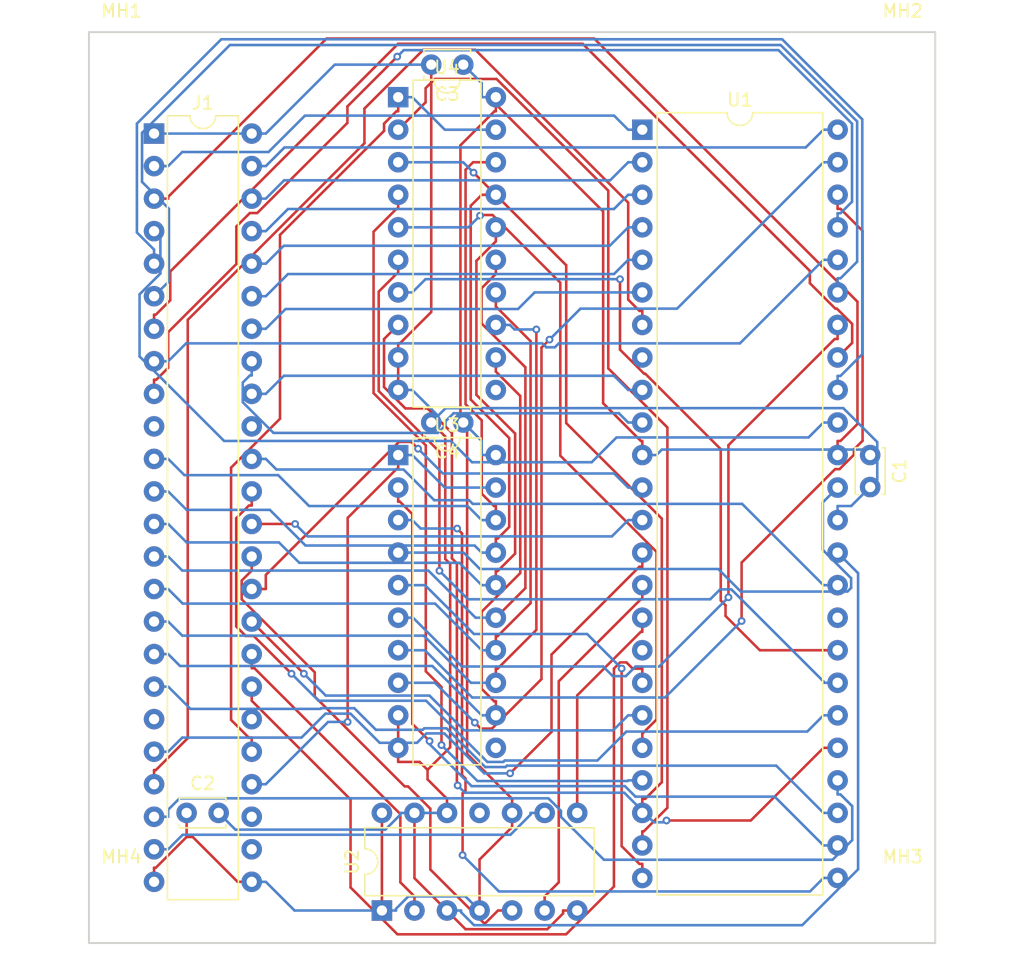
<source format=kicad_pcb>
(kicad_pcb (version 20171130) (host pcbnew 5.1.5+dfsg1-2build2)

  (general
    (thickness 1.6)
    (drawings 4)
    (tracks 692)
    (zones 0)
    (modules 13)
    (nets 70)
  )

  (page A4)
  (layers
    (0 F.Cu signal)
    (31 B.Cu signal)
    (32 B.Adhes user)
    (33 F.Adhes user)
    (34 B.Paste user)
    (35 F.Paste user)
    (36 B.SilkS user)
    (37 F.SilkS user)
    (38 B.Mask user)
    (39 F.Mask user)
    (40 Dwgs.User user)
    (41 Cmts.User user)
    (42 Eco1.User user)
    (43 Eco2.User user)
    (44 Edge.Cuts user)
    (45 Margin user)
    (46 B.CrtYd user)
    (47 F.CrtYd user)
    (48 B.Fab user)
    (49 F.Fab user)
  )

  (setup
    (last_trace_width 0.2)
    (user_trace_width 0.2)
    (user_trace_width 0.4)
    (user_trace_width 0.6)
    (user_trace_width 0.8)
    (user_trace_width 1)
    (user_trace_width 1.2)
    (user_trace_width 1.6)
    (user_trace_width 2)
    (trace_clearance 0.2)
    (zone_clearance 0.35)
    (zone_45_only no)
    (trace_min 0.1524)
    (via_size 0.6)
    (via_drill 0.3)
    (via_min_size 0.5)
    (via_min_drill 0.2)
    (user_via 0.9 0.5)
    (user_via 1.2 0.8)
    (user_via 1.4 0.9)
    (user_via 1.5 1)
    (uvia_size 0.3)
    (uvia_drill 0.1)
    (uvias_allowed no)
    (uvia_min_size 0.2)
    (uvia_min_drill 0.1)
    (edge_width 0.15)
    (segment_width 0.2)
    (pcb_text_width 0.3)
    (pcb_text_size 1.5 1.5)
    (mod_edge_width 0.15)
    (mod_text_size 1 1)
    (mod_text_width 0.15)
    (pad_size 3.2 3.2)
    (pad_drill 3.2)
    (pad_to_mask_clearance 0.051)
    (solder_mask_min_width 0.25)
    (aux_axis_origin 101 70)
    (grid_origin 101 70)
    (visible_elements FFFDFF7F)
    (pcbplotparams
      (layerselection 0x010fc_ffffffff)
      (usegerberextensions false)
      (usegerberattributes false)
      (usegerberadvancedattributes false)
      (creategerberjobfile false)
      (excludeedgelayer true)
      (linewidth 0.100000)
      (plotframeref false)
      (viasonmask false)
      (mode 1)
      (useauxorigin false)
      (hpglpennumber 1)
      (hpglpenspeed 20)
      (hpglpendiameter 15.000000)
      (psnegative false)
      (psa4output false)
      (plotreference true)
      (plotvalue true)
      (plotinvisibletext false)
      (padsonsilk false)
      (subtractmaskfromsilk false)
      (outputformat 1)
      (mirror false)
      (drillshape 1)
      (scaleselection 1)
      (outputdirectory ""))
  )

  (net 0 "")
  (net 1 VCC)
  (net 2 GND)
  (net 3 /P46)
  (net 4 /P34)
  (net 5 /P35)
  (net 6 /P36)
  (net 7 "Net-(U2-Pad11)")
  (net 8 /P33)
  (net 9 /P32)
  (net 10 /P31)
  (net 11 /P30)
  (net 12 /P55)
  (net 13 /P37)
  (net 14 /P54)
  (net 15 "Net-(U1-Pad17)")
  (net 16 "Net-(U1-Pad16)")
  (net 17 "Net-(U1-Pad8)")
  (net 18 "Net-(U3-Pad11)")
  (net 19 /P50)
  (net 20 /P53)
  (net 21 "Net-(J1-Pad30)")
  (net 22 /P51)
  (net 23 /P52)
  (net 24 "Net-(J1-Pad27)")
  (net 25 /P47)
  (net 26 "Net-(J1-Pad26)")
  (net 27 "Net-(J1-Pad19)")
  (net 28 /P20)
  (net 29 /P21)
  (net 30 /P22)
  (net 31 /P23)
  (net 32 /P24)
  (net 33 /P25)
  (net 34 "Net-(J1-Pad10)")
  (net 35 /P26)
  (net 36 /P17)
  (net 37 /P27)
  (net 38 /P16)
  (net 39 "Net-(J1-Pad39)")
  (net 40 /P15)
  (net 41 /P40)
  (net 42 /P14)
  (net 43 /P41)
  (net 44 /P13)
  (net 45 /P42)
  (net 46 /P12)
  (net 47 /P43)
  (net 48 /P11)
  (net 49 /P44)
  (net 50 /P10)
  (net 51 /P45)
  (net 52 "Net-(U1-Pad24)")
  (net 53 "Net-(U1-Pad47)")
  (net 54 "Net-(U1-Pad23)")
  (net 55 "Net-(U1-Pad46)")
  (net 56 "Net-(U1-Pad22)")
  (net 57 "Net-(U1-Pad21)")
  (net 58 "Net-(U1-Pad20)")
  (net 59 "Net-(U1-Pad42)")
  (net 60 "Net-(U1-Pad15)")
  (net 61 "Net-(U1-Pad37)")
  (net 62 "Net-(U1-Pad35)")
  (net 63 "Net-(U1-Pad33)")
  (net 64 "Net-(U1-Pad32)")
  (net 65 "Net-(U1-Pad31)")
  (net 66 "Net-(U1-Pad29)")
  (net 67 "Net-(U1-Pad26)")
  (net 68 "Net-(U1-Pad25)")
  (net 69 "Net-(U4-Pad11)")

  (net_class Default "This is the default net class."
    (clearance 0.2)
    (trace_width 0.2)
    (via_dia 0.6)
    (via_drill 0.3)
    (uvia_dia 0.3)
    (uvia_drill 0.1)
    (diff_pair_width 0.2)
    (diff_pair_gap 0.2)
    (add_net /P10)
    (add_net /P11)
    (add_net /P12)
    (add_net /P13)
    (add_net /P14)
    (add_net /P15)
    (add_net /P16)
    (add_net /P17)
    (add_net /P20)
    (add_net /P21)
    (add_net /P22)
    (add_net /P23)
    (add_net /P24)
    (add_net /P25)
    (add_net /P26)
    (add_net /P27)
    (add_net /P30)
    (add_net /P31)
    (add_net /P32)
    (add_net /P33)
    (add_net /P34)
    (add_net /P35)
    (add_net /P36)
    (add_net /P37)
    (add_net /P40)
    (add_net /P41)
    (add_net /P42)
    (add_net /P43)
    (add_net /P44)
    (add_net /P45)
    (add_net /P46)
    (add_net /P47)
    (add_net /P50)
    (add_net /P51)
    (add_net /P52)
    (add_net /P53)
    (add_net /P54)
    (add_net /P55)
    (add_net GND)
    (add_net "Net-(J1-Pad10)")
    (add_net "Net-(J1-Pad19)")
    (add_net "Net-(J1-Pad26)")
    (add_net "Net-(J1-Pad27)")
    (add_net "Net-(J1-Pad30)")
    (add_net "Net-(J1-Pad39)")
    (add_net "Net-(U1-Pad15)")
    (add_net "Net-(U1-Pad16)")
    (add_net "Net-(U1-Pad17)")
    (add_net "Net-(U1-Pad20)")
    (add_net "Net-(U1-Pad21)")
    (add_net "Net-(U1-Pad22)")
    (add_net "Net-(U1-Pad23)")
    (add_net "Net-(U1-Pad24)")
    (add_net "Net-(U1-Pad25)")
    (add_net "Net-(U1-Pad26)")
    (add_net "Net-(U1-Pad29)")
    (add_net "Net-(U1-Pad31)")
    (add_net "Net-(U1-Pad32)")
    (add_net "Net-(U1-Pad33)")
    (add_net "Net-(U1-Pad35)")
    (add_net "Net-(U1-Pad37)")
    (add_net "Net-(U1-Pad42)")
    (add_net "Net-(U1-Pad46)")
    (add_net "Net-(U1-Pad47)")
    (add_net "Net-(U1-Pad8)")
    (add_net "Net-(U2-Pad11)")
    (add_net "Net-(U3-Pad11)")
    (add_net "Net-(U4-Pad11)")
    (add_net VCC)
  )

  (module Package_DIP:DIP-48_W15.24mm (layer F.Cu) (tedit 5A02E8C5) (tstamp 61E7B75D)
    (at 141.64 75.08)
    (descr "48-lead though-hole mounted DIP package, row spacing 15.24 mm (600 mils)")
    (tags "THT DIP DIL PDIP 2.54mm 15.24mm 600mil")
    (path /6208BE40)
    (fp_text reference U1 (at 7.62 -2.33) (layer F.SilkS)
      (effects (font (size 1 1) (thickness 0.15)))
    )
    (fp_text value Z8001 (at 7.62 60.75) (layer F.Fab)
      (effects (font (size 1 1) (thickness 0.15)))
    )
    (fp_text user %R (at 7.62 29.21) (layer F.Fab)
      (effects (font (size 1 1) (thickness 0.15)))
    )
    (fp_line (start 16.3 -1.55) (end -1.05 -1.55) (layer F.CrtYd) (width 0.05))
    (fp_line (start 16.3 59.95) (end 16.3 -1.55) (layer F.CrtYd) (width 0.05))
    (fp_line (start -1.05 59.95) (end 16.3 59.95) (layer F.CrtYd) (width 0.05))
    (fp_line (start -1.05 -1.55) (end -1.05 59.95) (layer F.CrtYd) (width 0.05))
    (fp_line (start 14.08 -1.33) (end 8.62 -1.33) (layer F.SilkS) (width 0.12))
    (fp_line (start 14.08 59.75) (end 14.08 -1.33) (layer F.SilkS) (width 0.12))
    (fp_line (start 1.16 59.75) (end 14.08 59.75) (layer F.SilkS) (width 0.12))
    (fp_line (start 1.16 -1.33) (end 1.16 59.75) (layer F.SilkS) (width 0.12))
    (fp_line (start 6.62 -1.33) (end 1.16 -1.33) (layer F.SilkS) (width 0.12))
    (fp_line (start 0.255 -0.27) (end 1.255 -1.27) (layer F.Fab) (width 0.1))
    (fp_line (start 0.255 59.69) (end 0.255 -0.27) (layer F.Fab) (width 0.1))
    (fp_line (start 14.985 59.69) (end 0.255 59.69) (layer F.Fab) (width 0.1))
    (fp_line (start 14.985 -1.27) (end 14.985 59.69) (layer F.Fab) (width 0.1))
    (fp_line (start 1.255 -1.27) (end 14.985 -1.27) (layer F.Fab) (width 0.1))
    (fp_arc (start 7.62 -1.33) (end 6.62 -1.33) (angle -180) (layer F.SilkS) (width 0.12))
    (pad 48 thru_hole oval (at 15.24 0) (size 1.6 1.6) (drill 0.8) (layers *.Cu *.Mask)
      (net 28 /P20))
    (pad 24 thru_hole oval (at 0 58.42) (size 1.6 1.6) (drill 0.8) (layers *.Cu *.Mask)
      (net 52 "Net-(U1-Pad24)"))
    (pad 47 thru_hole oval (at 15.24 2.54) (size 1.6 1.6) (drill 0.8) (layers *.Cu *.Mask)
      (net 53 "Net-(U1-Pad47)"))
    (pad 23 thru_hole oval (at 0 55.88) (size 1.6 1.6) (drill 0.8) (layers *.Cu *.Mask)
      (net 54 "Net-(U1-Pad23)"))
    (pad 46 thru_hole oval (at 15.24 5.08) (size 1.6 1.6) (drill 0.8) (layers *.Cu *.Mask)
      (net 55 "Net-(U1-Pad46)"))
    (pad 22 thru_hole oval (at 0 53.34) (size 1.6 1.6) (drill 0.8) (layers *.Cu *.Mask)
      (net 56 "Net-(U1-Pad22)"))
    (pad 45 thru_hole oval (at 15.24 7.62) (size 1.6 1.6) (drill 0.8) (layers *.Cu *.Mask)
      (net 36 /P17))
    (pad 21 thru_hole oval (at 0 50.8) (size 1.6 1.6) (drill 0.8) (layers *.Cu *.Mask)
      (net 57 "Net-(U1-Pad21)"))
    (pad 44 thru_hole oval (at 15.24 10.16) (size 1.6 1.6) (drill 0.8) (layers *.Cu *.Mask)
      (net 38 /P16))
    (pad 20 thru_hole oval (at 0 48.26) (size 1.6 1.6) (drill 0.8) (layers *.Cu *.Mask)
      (net 58 "Net-(U1-Pad20)"))
    (pad 43 thru_hole oval (at 15.24 12.7) (size 1.6 1.6) (drill 0.8) (layers *.Cu *.Mask)
      (net 42 /P14))
    (pad 19 thru_hole oval (at 0 45.72) (size 1.6 1.6) (drill 0.8) (layers *.Cu *.Mask)
      (net 51 /P45))
    (pad 42 thru_hole oval (at 15.24 15.24) (size 1.6 1.6) (drill 0.8) (layers *.Cu *.Mask)
      (net 59 "Net-(U1-Pad42)"))
    (pad 18 thru_hole oval (at 0 43.18) (size 1.6 1.6) (drill 0.8) (layers *.Cu *.Mask)
      (net 25 /P47))
    (pad 41 thru_hole oval (at 15.24 17.78) (size 1.6 1.6) (drill 0.8) (layers *.Cu *.Mask)
      (net 40 /P15))
    (pad 17 thru_hole oval (at 0 40.64) (size 1.6 1.6) (drill 0.8) (layers *.Cu *.Mask)
      (net 15 "Net-(U1-Pad17)"))
    (pad 40 thru_hole oval (at 15.24 20.32) (size 1.6 1.6) (drill 0.8) (layers *.Cu *.Mask)
      (net 44 /P13))
    (pad 16 thru_hole oval (at 0 38.1) (size 1.6 1.6) (drill 0.8) (layers *.Cu *.Mask)
      (net 16 "Net-(U1-Pad16)"))
    (pad 39 thru_hole oval (at 15.24 22.86) (size 1.6 1.6) (drill 0.8) (layers *.Cu *.Mask)
      (net 46 /P12))
    (pad 15 thru_hole oval (at 0 35.56) (size 1.6 1.6) (drill 0.8) (layers *.Cu *.Mask)
      (net 60 "Net-(U1-Pad15)"))
    (pad 38 thru_hole oval (at 15.24 25.4) (size 1.6 1.6) (drill 0.8) (layers *.Cu *.Mask)
      (net 48 /P11))
    (pad 14 thru_hole oval (at 0 33.02) (size 1.6 1.6) (drill 0.8) (layers *.Cu *.Mask)
      (net 19 /P50))
    (pad 37 thru_hole oval (at 15.24 27.94) (size 1.6 1.6) (drill 0.8) (layers *.Cu *.Mask)
      (net 61 "Net-(U1-Pad37)"))
    (pad 13 thru_hole oval (at 0 30.48) (size 1.6 1.6) (drill 0.8) (layers *.Cu *.Mask)
      (net 45 /P42))
    (pad 36 thru_hole oval (at 15.24 30.48) (size 1.6 1.6) (drill 0.8) (layers *.Cu *.Mask)
      (net 2 GND))
    (pad 12 thru_hole oval (at 0 27.94) (size 1.6 1.6) (drill 0.8) (layers *.Cu *.Mask)
      (net 49 /P44))
    (pad 35 thru_hole oval (at 15.24 33.02) (size 1.6 1.6) (drill 0.8) (layers *.Cu *.Mask)
      (net 62 "Net-(U1-Pad35)"))
    (pad 11 thru_hole oval (at 0 25.4) (size 1.6 1.6) (drill 0.8) (layers *.Cu *.Mask)
      (net 1 VCC))
    (pad 34 thru_hole oval (at 15.24 35.56) (size 1.6 1.6) (drill 0.8) (layers *.Cu *.Mask)
      (net 41 /P40))
    (pad 10 thru_hole oval (at 0 22.86) (size 1.6 1.6) (drill 0.8) (layers *.Cu *.Mask)
      (net 35 /P26))
    (pad 33 thru_hole oval (at 15.24 38.1) (size 1.6 1.6) (drill 0.8) (layers *.Cu *.Mask)
      (net 63 "Net-(U1-Pad33)"))
    (pad 9 thru_hole oval (at 0 20.32) (size 1.6 1.6) (drill 0.8) (layers *.Cu *.Mask)
      (net 37 /P27))
    (pad 32 thru_hole oval (at 15.24 40.64) (size 1.6 1.6) (drill 0.8) (layers *.Cu *.Mask)
      (net 64 "Net-(U1-Pad32)"))
    (pad 8 thru_hole oval (at 0 17.78) (size 1.6 1.6) (drill 0.8) (layers *.Cu *.Mask)
      (net 17 "Net-(U1-Pad8)"))
    (pad 31 thru_hole oval (at 15.24 43.18) (size 1.6 1.6) (drill 0.8) (layers *.Cu *.Mask)
      (net 65 "Net-(U1-Pad31)"))
    (pad 7 thru_hole oval (at 0 15.24) (size 1.6 1.6) (drill 0.8) (layers *.Cu *.Mask)
      (net 22 /P51))
    (pad 30 thru_hole oval (at 15.24 45.72) (size 1.6 1.6) (drill 0.8) (layers *.Cu *.Mask)
      (net 43 /P41))
    (pad 6 thru_hole oval (at 0 12.7) (size 1.6 1.6) (drill 0.8) (layers *.Cu *.Mask)
      (net 33 /P25))
    (pad 29 thru_hole oval (at 15.24 48.26) (size 1.6 1.6) (drill 0.8) (layers *.Cu *.Mask)
      (net 66 "Net-(U1-Pad29)"))
    (pad 5 thru_hole oval (at 0 10.16) (size 1.6 1.6) (drill 0.8) (layers *.Cu *.Mask)
      (net 32 /P24))
    (pad 28 thru_hole oval (at 15.24 50.8) (size 1.6 1.6) (drill 0.8) (layers *.Cu *.Mask)
      (net 23 /P52))
    (pad 4 thru_hole oval (at 0 7.62) (size 1.6 1.6) (drill 0.8) (layers *.Cu *.Mask)
      (net 31 /P23))
    (pad 27 thru_hole oval (at 15.24 53.34) (size 1.6 1.6) (drill 0.8) (layers *.Cu *.Mask)
      (net 13 /P37))
    (pad 3 thru_hole oval (at 0 5.08) (size 1.6 1.6) (drill 0.8) (layers *.Cu *.Mask)
      (net 30 /P22))
    (pad 26 thru_hole oval (at 15.24 55.88) (size 1.6 1.6) (drill 0.8) (layers *.Cu *.Mask)
      (net 67 "Net-(U1-Pad26)"))
    (pad 2 thru_hole oval (at 0 2.54) (size 1.6 1.6) (drill 0.8) (layers *.Cu *.Mask)
      (net 29 /P21))
    (pad 25 thru_hole oval (at 15.24 58.42) (size 1.6 1.6) (drill 0.8) (layers *.Cu *.Mask)
      (net 68 "Net-(U1-Pad25)"))
    (pad 1 thru_hole rect (at 0 0) (size 1.6 1.6) (drill 0.8) (layers *.Cu *.Mask)
      (net 50 /P10))
    (model ${KISYS3DMOD}/Package_DIP.3dshapes/DIP-48_W15.24mm.wrl
      (at (xyz 0 0 0))
      (scale (xyz 1 1 1))
      (rotate (xyz 0 0 0))
    )
  )

  (module 0-LocalLibrary:DIP-48_W7.62mm (layer F.Cu) (tedit 6198C9C5) (tstamp 61E7065A)
    (at 103.54 75.38)
    (descr "48-lead dip package, row spacing 7.62 mm (300 mils)")
    (tags "DIL DIP PDIP 2.54mm 7.62mm 300mill")
    (path /62B7D5A1)
    (fp_text reference J1 (at 3.81 -2.39) (layer F.SilkS)
      (effects (font (size 1 1) (thickness 0.15)))
    )
    (fp_text value BionicConnector (at 5.08 60.96) (layer F.Fab)
      (effects (font (size 1 1) (thickness 0.15)))
    )
    (fp_line (start 8.68 60.02) (end 8.68 18.72) (layer F.CrtYd) (width 0.05))
    (fp_line (start 7.365 59.69) (end 0.255 59.69) (layer F.Fab) (width 0.1))
    (fp_line (start 0.255 59.69) (end 0.255 20.05) (layer F.Fab) (width 0.1))
    (fp_line (start -1.1 60.02) (end 8.68 60.02) (layer F.CrtYd) (width 0.05))
    (fp_line (start -1.1 18.72) (end -1.1 60.02) (layer F.CrtYd) (width 0.05))
    (fp_line (start 6.58 59.81) (end 6.58 18.93) (layer F.SilkS) (width 0.12))
    (fp_line (start 1.04 59.81) (end 6.58 59.81) (layer F.SilkS) (width 0.12))
    (fp_line (start 1.04 18.93) (end 1.04 59.81) (layer F.SilkS) (width 0.12))
    (fp_line (start 7.365 19.05) (end 7.365 59.69) (layer F.Fab) (width 0.1))
    (fp_arc (start 3.81 -1.39) (end 2.81 -1.39) (angle -180) (layer F.SilkS) (width 0.12))
    (fp_line (start 8.68 -1.6) (end -1.1 -1.6) (layer F.CrtYd) (width 0.05))
    (fp_line (start 8.68 39.7) (end 8.68 -1.6) (layer F.CrtYd) (width 0.05))
    (fp_line (start -1.1 -1.6) (end -1.1 39.7) (layer F.CrtYd) (width 0.05))
    (fp_line (start 6.58 -1.39) (end 4.81 -1.39) (layer F.SilkS) (width 0.12))
    (fp_line (start 6.58 39.49) (end 6.58 -1.39) (layer F.SilkS) (width 0.12))
    (fp_line (start 1.04 -1.39) (end 1.04 39.49) (layer F.SilkS) (width 0.12))
    (fp_line (start 2.81 -1.39) (end 1.04 -1.39) (layer F.SilkS) (width 0.12))
    (fp_line (start 0.255 -0.27) (end 1.255 -1.27) (layer F.Fab) (width 0.1))
    (fp_line (start 0.255 39.37) (end 0.255 -0.27) (layer F.Fab) (width 0.1))
    (fp_line (start 7.365 -1.27) (end 7.365 39.37) (layer F.Fab) (width 0.1))
    (fp_line (start 1.255 -1.27) (end 7.365 -1.27) (layer F.Fab) (width 0.1))
    (fp_text user %R (at 3.81 19.05) (layer F.Fab)
      (effects (font (size 1 1) (thickness 0.15)))
    )
    (pad 20 thru_hole oval (at 0 48.26) (size 1.6 1.6) (drill 0.8) (layers *.Cu *.Mask)
      (net 19 /P50))
    (pad 24 thru_hole oval (at 0 58.42) (size 1.6 1.6) (drill 0.8) (layers *.Cu *.Mask)
      (net 1 VCC))
    (pad 25 thru_hole oval (at 7.62 58.42) (size 1.6 1.6) (drill 0.8) (layers *.Cu *.Mask)
      (net 1 VCC))
    (pad 23 thru_hole oval (at 0 55.88) (size 1.6 1.6) (drill 0.8) (layers *.Cu *.Mask)
      (net 20 /P53))
    (pad 30 thru_hole oval (at 7.62 45.72) (size 1.6 1.6) (drill 0.8) (layers *.Cu *.Mask)
      (net 21 "Net-(J1-Pad30)"))
    (pad 21 thru_hole oval (at 0 50.8) (size 1.6 1.6) (drill 0.8) (layers *.Cu *.Mask)
      (net 22 /P51))
    (pad 17 thru_hole oval (at 0 40.64) (size 1.6 1.6) (drill 0.8) (layers *.Cu *.Mask)
      (net 6 /P36))
    (pad 22 thru_hole oval (at 0 53.34) (size 1.6 1.6) (drill 0.8) (layers *.Cu *.Mask)
      (net 23 /P52))
    (pad 27 thru_hole oval (at 7.62 53.34) (size 1.6 1.6) (drill 0.8) (layers *.Cu *.Mask)
      (net 24 "Net-(J1-Pad27)"))
    (pad 18 thru_hole oval (at 0 43.18) (size 1.6 1.6) (drill 0.8) (layers *.Cu *.Mask)
      (net 13 /P37))
    (pad 31 thru_hole oval (at 7.62 43.18) (size 1.6 1.6) (drill 0.8) (layers *.Cu *.Mask)
      (net 25 /P47))
    (pad 28 thru_hole oval (at 7.62 50.8) (size 1.6 1.6) (drill 0.8) (layers *.Cu *.Mask)
      (net 12 /P55))
    (pad 29 thru_hole oval (at 7.62 48.26) (size 1.6 1.6) (drill 0.8) (layers *.Cu *.Mask)
      (net 14 /P54))
    (pad 32 thru_hole oval (at 7.62 40.64) (size 1.6 1.6) (drill 0.8) (layers *.Cu *.Mask)
      (net 3 /P46))
    (pad 26 thru_hole oval (at 7.62 55.88) (size 1.6 1.6) (drill 0.8) (layers *.Cu *.Mask)
      (net 26 "Net-(J1-Pad26)"))
    (pad 19 thru_hole oval (at 0 45.72) (size 1.6 1.6) (drill 0.8) (layers *.Cu *.Mask)
      (net 27 "Net-(J1-Pad19)"))
    (pad 48 thru_hole oval (at 7.62 0) (size 1.6 1.6) (drill 0.8) (layers *.Cu *.Mask)
      (net 2 GND))
    (pad 16 thru_hole oval (at 0 38.1) (size 1.6 1.6) (drill 0.8) (layers *.Cu *.Mask)
      (net 5 /P35))
    (pad 47 thru_hole oval (at 7.62 2.54) (size 1.6 1.6) (drill 0.8) (layers *.Cu *.Mask)
      (net 28 /P20))
    (pad 15 thru_hole oval (at 0 35.56) (size 1.6 1.6) (drill 0.8) (layers *.Cu *.Mask)
      (net 4 /P34))
    (pad 46 thru_hole oval (at 7.62 5.08) (size 1.6 1.6) (drill 0.8) (layers *.Cu *.Mask)
      (net 29 /P21))
    (pad 14 thru_hole oval (at 0 33.02) (size 1.6 1.6) (drill 0.8) (layers *.Cu *.Mask)
      (net 8 /P33))
    (pad 45 thru_hole oval (at 7.62 7.62) (size 1.6 1.6) (drill 0.8) (layers *.Cu *.Mask)
      (net 30 /P22))
    (pad 13 thru_hole oval (at 0 30.48) (size 1.6 1.6) (drill 0.8) (layers *.Cu *.Mask)
      (net 9 /P32))
    (pad 44 thru_hole oval (at 7.62 10.16) (size 1.6 1.6) (drill 0.8) (layers *.Cu *.Mask)
      (net 31 /P23))
    (pad 12 thru_hole oval (at 0 27.94) (size 1.6 1.6) (drill 0.8) (layers *.Cu *.Mask)
      (net 10 /P31))
    (pad 43 thru_hole oval (at 7.62 12.7) (size 1.6 1.6) (drill 0.8) (layers *.Cu *.Mask)
      (net 32 /P24))
    (pad 11 thru_hole oval (at 0 25.4) (size 1.6 1.6) (drill 0.8) (layers *.Cu *.Mask)
      (net 11 /P30))
    (pad 42 thru_hole oval (at 7.62 15.24) (size 1.6 1.6) (drill 0.8) (layers *.Cu *.Mask)
      (net 33 /P25))
    (pad 10 thru_hole oval (at 0 22.86) (size 1.6 1.6) (drill 0.8) (layers *.Cu *.Mask)
      (net 34 "Net-(J1-Pad10)"))
    (pad 41 thru_hole oval (at 7.62 17.78) (size 1.6 1.6) (drill 0.8) (layers *.Cu *.Mask)
      (net 35 /P26))
    (pad 9 thru_hole oval (at 0 20.32) (size 1.6 1.6) (drill 0.8) (layers *.Cu *.Mask)
      (net 36 /P17))
    (pad 40 thru_hole oval (at 7.62 20.32) (size 1.6 1.6) (drill 0.8) (layers *.Cu *.Mask)
      (net 37 /P27))
    (pad 8 thru_hole oval (at 0 17.78) (size 1.6 1.6) (drill 0.8) (layers *.Cu *.Mask)
      (net 38 /P16))
    (pad 39 thru_hole oval (at 7.62 22.86) (size 1.6 1.6) (drill 0.8) (layers *.Cu *.Mask)
      (net 39 "Net-(J1-Pad39)"))
    (pad 7 thru_hole oval (at 0 15.24) (size 1.6 1.6) (drill 0.8) (layers *.Cu *.Mask)
      (net 40 /P15))
    (pad 38 thru_hole oval (at 7.62 25.4) (size 1.6 1.6) (drill 0.8) (layers *.Cu *.Mask)
      (net 41 /P40))
    (pad 6 thru_hole oval (at 0 12.7) (size 1.6 1.6) (drill 0.8) (layers *.Cu *.Mask)
      (net 42 /P14))
    (pad 37 thru_hole oval (at 7.62 27.94) (size 1.6 1.6) (drill 0.8) (layers *.Cu *.Mask)
      (net 43 /P41))
    (pad 5 thru_hole oval (at 0 10.16) (size 1.6 1.6) (drill 0.8) (layers *.Cu *.Mask)
      (net 44 /P13))
    (pad 36 thru_hole oval (at 7.62 30.48) (size 1.6 1.6) (drill 0.8) (layers *.Cu *.Mask)
      (net 45 /P42))
    (pad 4 thru_hole oval (at 0 7.62) (size 1.6 1.6) (drill 0.8) (layers *.Cu *.Mask)
      (net 46 /P12))
    (pad 35 thru_hole oval (at 7.62 33.02) (size 1.6 1.6) (drill 0.8) (layers *.Cu *.Mask)
      (net 47 /P43))
    (pad 3 thru_hole oval (at 0 5.08) (size 1.6 1.6) (drill 0.8) (layers *.Cu *.Mask)
      (net 48 /P11))
    (pad 34 thru_hole oval (at 7.62 35.56) (size 1.6 1.6) (drill 0.8) (layers *.Cu *.Mask)
      (net 49 /P44))
    (pad 2 thru_hole oval (at 0 2.54) (size 1.6 1.6) (drill 0.8) (layers *.Cu *.Mask)
      (net 50 /P10))
    (pad 33 thru_hole oval (at 7.62 38.1) (size 1.6 1.6) (drill 0.8) (layers *.Cu *.Mask)
      (net 51 /P45))
    (pad 1 thru_hole rect (at 0 0) (size 1.6 1.6) (drill 0.8) (layers *.Cu *.Mask)
      (net 2 GND))
    (model ${KISYS3DMOD}/Package_DIP.3dshapes/DIP-32_W7.62mm.wrl
      (at (xyz 0 0 0))
      (scale (xyz 1 1 1))
      (rotate (xyz 0 0 0))
    )
  )

  (module Capacitor_THT:C_Disc_D3.4mm_W2.1mm_P2.50mm (layer F.Cu) (tedit 5AE50EF0) (tstamp 61E705C0)
    (at 106.08 128.42)
    (descr "C, Disc series, Radial, pin pitch=2.50mm, , diameter*width=3.4*2.1mm^2, Capacitor, http://www.vishay.com/docs/45233/krseries.pdf")
    (tags "C Disc series Radial pin pitch 2.50mm  diameter 3.4mm width 2.1mm Capacitor")
    (path /618D4C16)
    (fp_text reference C2 (at 1.25 -2.3) (layer F.SilkS)
      (effects (font (size 1 1) (thickness 0.15)))
    )
    (fp_text value 0.1u (at 1.25 2.3) (layer F.Fab)
      (effects (font (size 1 1) (thickness 0.15)))
    )
    (fp_text user %R (at 1.25 0) (layer F.Fab)
      (effects (font (size 0.68 0.68) (thickness 0.102)))
    )
    (fp_line (start 3.55 -1.3) (end -1.05 -1.3) (layer F.CrtYd) (width 0.05))
    (fp_line (start 3.55 1.3) (end 3.55 -1.3) (layer F.CrtYd) (width 0.05))
    (fp_line (start -1.05 1.3) (end 3.55 1.3) (layer F.CrtYd) (width 0.05))
    (fp_line (start -1.05 -1.3) (end -1.05 1.3) (layer F.CrtYd) (width 0.05))
    (fp_line (start 3.07 0.925) (end 3.07 1.17) (layer F.SilkS) (width 0.12))
    (fp_line (start 3.07 -1.17) (end 3.07 -0.925) (layer F.SilkS) (width 0.12))
    (fp_line (start -0.57 0.925) (end -0.57 1.17) (layer F.SilkS) (width 0.12))
    (fp_line (start -0.57 -1.17) (end -0.57 -0.925) (layer F.SilkS) (width 0.12))
    (fp_line (start -0.57 1.17) (end 3.07 1.17) (layer F.SilkS) (width 0.12))
    (fp_line (start -0.57 -1.17) (end 3.07 -1.17) (layer F.SilkS) (width 0.12))
    (fp_line (start 2.95 -1.05) (end -0.45 -1.05) (layer F.Fab) (width 0.1))
    (fp_line (start 2.95 1.05) (end 2.95 -1.05) (layer F.Fab) (width 0.1))
    (fp_line (start -0.45 1.05) (end 2.95 1.05) (layer F.Fab) (width 0.1))
    (fp_line (start -0.45 -1.05) (end -0.45 1.05) (layer F.Fab) (width 0.1))
    (pad 2 thru_hole circle (at 2.5 0) (size 1.6 1.6) (drill 0.8) (layers *.Cu *.Mask)
      (net 2 GND))
    (pad 1 thru_hole circle (at 0 0) (size 1.6 1.6) (drill 0.8) (layers *.Cu *.Mask)
      (net 1 VCC))
    (model ${KISYS3DMOD}/Capacitor_THT.3dshapes/C_Disc_D3.4mm_W2.1mm_P2.50mm.wrl
      (at (xyz 0 0 0))
      (scale (xyz 1 1 1))
      (rotate (xyz 0 0 0))
    )
  )

  (module Package_DIP:DIP-20_W7.62mm (layer F.Cu) (tedit 5A02E8C5) (tstamp 61E57CC4)
    (at 122.59 72.54)
    (descr "20-lead though-hole mounted DIP package, row spacing 7.62 mm (300 mils)")
    (tags "THT DIP DIL PDIP 2.54mm 7.62mm 300mil")
    (path /62172BF5)
    (fp_text reference U4 (at 3.81 -2.33) (layer F.SilkS)
      (effects (font (size 1 1) (thickness 0.15)))
    )
    (fp_text value 74HCT541 (at 3.81 25.19) (layer F.Fab)
      (effects (font (size 1 1) (thickness 0.15)))
    )
    (fp_text user %R (at 3.81 11.43) (layer F.Fab)
      (effects (font (size 1 1) (thickness 0.15)))
    )
    (fp_line (start 8.7 -1.55) (end -1.1 -1.55) (layer F.CrtYd) (width 0.05))
    (fp_line (start 8.7 24.4) (end 8.7 -1.55) (layer F.CrtYd) (width 0.05))
    (fp_line (start -1.1 24.4) (end 8.7 24.4) (layer F.CrtYd) (width 0.05))
    (fp_line (start -1.1 -1.55) (end -1.1 24.4) (layer F.CrtYd) (width 0.05))
    (fp_line (start 6.46 -1.33) (end 4.81 -1.33) (layer F.SilkS) (width 0.12))
    (fp_line (start 6.46 24.19) (end 6.46 -1.33) (layer F.SilkS) (width 0.12))
    (fp_line (start 1.16 24.19) (end 6.46 24.19) (layer F.SilkS) (width 0.12))
    (fp_line (start 1.16 -1.33) (end 1.16 24.19) (layer F.SilkS) (width 0.12))
    (fp_line (start 2.81 -1.33) (end 1.16 -1.33) (layer F.SilkS) (width 0.12))
    (fp_line (start 0.635 -0.27) (end 1.635 -1.27) (layer F.Fab) (width 0.1))
    (fp_line (start 0.635 24.13) (end 0.635 -0.27) (layer F.Fab) (width 0.1))
    (fp_line (start 6.985 24.13) (end 0.635 24.13) (layer F.Fab) (width 0.1))
    (fp_line (start 6.985 -1.27) (end 6.985 24.13) (layer F.Fab) (width 0.1))
    (fp_line (start 1.635 -1.27) (end 6.985 -1.27) (layer F.Fab) (width 0.1))
    (fp_arc (start 3.81 -1.33) (end 2.81 -1.33) (angle -180) (layer F.SilkS) (width 0.12))
    (pad 20 thru_hole oval (at 7.62 0) (size 1.6 1.6) (drill 0.8) (layers *.Cu *.Mask)
      (net 1 VCC))
    (pad 10 thru_hole oval (at 0 22.86) (size 1.6 1.6) (drill 0.8) (layers *.Cu *.Mask)
      (net 2 GND))
    (pad 19 thru_hole oval (at 7.62 2.54) (size 1.6 1.6) (drill 0.8) (layers *.Cu *.Mask)
      (net 14 /P54))
    (pad 9 thru_hole oval (at 0 20.32) (size 1.6 1.6) (drill 0.8) (layers *.Cu *.Mask)
      (net 2 GND))
    (pad 18 thru_hole oval (at 7.62 5.08) (size 1.6 1.6) (drill 0.8) (layers *.Cu *.Mask)
      (net 11 /P30))
    (pad 8 thru_hole oval (at 0 17.78) (size 1.6 1.6) (drill 0.8) (layers *.Cu *.Mask)
      (net 66 "Net-(U1-Pad29)"))
    (pad 17 thru_hole oval (at 7.62 7.62) (size 1.6 1.6) (drill 0.8) (layers *.Cu *.Mask)
      (net 10 /P31))
    (pad 7 thru_hole oval (at 0 15.24) (size 1.6 1.6) (drill 0.8) (layers *.Cu *.Mask)
      (net 64 "Net-(U1-Pad32)"))
    (pad 16 thru_hole oval (at 7.62 10.16) (size 1.6 1.6) (drill 0.8) (layers *.Cu *.Mask)
      (net 9 /P32))
    (pad 6 thru_hole oval (at 0 12.7) (size 1.6 1.6) (drill 0.8) (layers *.Cu *.Mask)
      (net 65 "Net-(U1-Pad31)"))
    (pad 15 thru_hole oval (at 7.62 12.7) (size 1.6 1.6) (drill 0.8) (layers *.Cu *.Mask)
      (net 8 /P33))
    (pad 5 thru_hole oval (at 0 10.16) (size 1.6 1.6) (drill 0.8) (layers *.Cu *.Mask)
      (net 58 "Net-(U1-Pad20)"))
    (pad 14 thru_hole oval (at 7.62 15.24) (size 1.6 1.6) (drill 0.8) (layers *.Cu *.Mask)
      (net 4 /P34))
    (pad 4 thru_hole oval (at 0 7.62) (size 1.6 1.6) (drill 0.8) (layers *.Cu *.Mask)
      (net 57 "Net-(U1-Pad21)"))
    (pad 13 thru_hole oval (at 7.62 17.78) (size 1.6 1.6) (drill 0.8) (layers *.Cu *.Mask)
      (net 5 /P35))
    (pad 3 thru_hole oval (at 0 5.08) (size 1.6 1.6) (drill 0.8) (layers *.Cu *.Mask)
      (net 56 "Net-(U1-Pad22)"))
    (pad 12 thru_hole oval (at 7.62 20.32) (size 1.6 1.6) (drill 0.8) (layers *.Cu *.Mask)
      (net 6 /P36))
    (pad 2 thru_hole oval (at 0 2.54) (size 1.6 1.6) (drill 0.8) (layers *.Cu *.Mask)
      (net 54 "Net-(U1-Pad23)"))
    (pad 11 thru_hole oval (at 7.62 22.86) (size 1.6 1.6) (drill 0.8) (layers *.Cu *.Mask)
      (net 69 "Net-(U4-Pad11)"))
    (pad 1 thru_hole rect (at 0 0) (size 1.6 1.6) (drill 0.8) (layers *.Cu *.Mask)
      (net 14 /P54))
    (model ${KISYS3DMOD}/Package_DIP.3dshapes/DIP-20_W7.62mm.wrl
      (at (xyz 0 0 0))
      (scale (xyz 1 1 1))
      (rotate (xyz 0 0 0))
    )
  )

  (module Package_DIP:DIP-20_W7.62mm (layer F.Cu) (tedit 5A02E8C5) (tstamp 61E58089)
    (at 122.59 100.48)
    (descr "20-lead though-hole mounted DIP package, row spacing 7.62 mm (300 mils)")
    (tags "THT DIP DIL PDIP 2.54mm 7.62mm 300mil")
    (path /62170A22)
    (fp_text reference U3 (at 3.81 -2.33) (layer F.SilkS)
      (effects (font (size 1 1) (thickness 0.15)))
    )
    (fp_text value 74HCT541 (at 3.81 25.19) (layer F.Fab)
      (effects (font (size 1 1) (thickness 0.15)))
    )
    (fp_text user %R (at 3.81 11.43) (layer F.Fab)
      (effects (font (size 1 1) (thickness 0.15)))
    )
    (fp_line (start 8.7 -1.55) (end -1.1 -1.55) (layer F.CrtYd) (width 0.05))
    (fp_line (start 8.7 24.4) (end 8.7 -1.55) (layer F.CrtYd) (width 0.05))
    (fp_line (start -1.1 24.4) (end 8.7 24.4) (layer F.CrtYd) (width 0.05))
    (fp_line (start -1.1 -1.55) (end -1.1 24.4) (layer F.CrtYd) (width 0.05))
    (fp_line (start 6.46 -1.33) (end 4.81 -1.33) (layer F.SilkS) (width 0.12))
    (fp_line (start 6.46 24.19) (end 6.46 -1.33) (layer F.SilkS) (width 0.12))
    (fp_line (start 1.16 24.19) (end 6.46 24.19) (layer F.SilkS) (width 0.12))
    (fp_line (start 1.16 -1.33) (end 1.16 24.19) (layer F.SilkS) (width 0.12))
    (fp_line (start 2.81 -1.33) (end 1.16 -1.33) (layer F.SilkS) (width 0.12))
    (fp_line (start 0.635 -0.27) (end 1.635 -1.27) (layer F.Fab) (width 0.1))
    (fp_line (start 0.635 24.13) (end 0.635 -0.27) (layer F.Fab) (width 0.1))
    (fp_line (start 6.985 24.13) (end 0.635 24.13) (layer F.Fab) (width 0.1))
    (fp_line (start 6.985 -1.27) (end 6.985 24.13) (layer F.Fab) (width 0.1))
    (fp_line (start 1.635 -1.27) (end 6.985 -1.27) (layer F.Fab) (width 0.1))
    (fp_arc (start 3.81 -1.33) (end 2.81 -1.33) (angle -180) (layer F.SilkS) (width 0.12))
    (pad 20 thru_hole oval (at 7.62 0) (size 1.6 1.6) (drill 0.8) (layers *.Cu *.Mask)
      (net 1 VCC))
    (pad 10 thru_hole oval (at 0 22.86) (size 1.6 1.6) (drill 0.8) (layers *.Cu *.Mask)
      (net 2 GND))
    (pad 19 thru_hole oval (at 7.62 2.54) (size 1.6 1.6) (drill 0.8) (layers *.Cu *.Mask)
      (net 12 /P55))
    (pad 9 thru_hole oval (at 0 20.32) (size 1.6 1.6) (drill 0.8) (layers *.Cu *.Mask)
      (net 2 GND))
    (pad 18 thru_hole oval (at 7.62 5.08) (size 1.6 1.6) (drill 0.8) (layers *.Cu *.Mask)
      (net 11 /P30))
    (pad 8 thru_hole oval (at 0 17.78) (size 1.6 1.6) (drill 0.8) (layers *.Cu *.Mask)
      (net 53 "Net-(U1-Pad47)"))
    (pad 17 thru_hole oval (at 7.62 7.62) (size 1.6 1.6) (drill 0.8) (layers *.Cu *.Mask)
      (net 10 /P31))
    (pad 7 thru_hole oval (at 0 15.24) (size 1.6 1.6) (drill 0.8) (layers *.Cu *.Mask)
      (net 55 "Net-(U1-Pad46)"))
    (pad 16 thru_hole oval (at 7.62 10.16) (size 1.6 1.6) (drill 0.8) (layers *.Cu *.Mask)
      (net 9 /P32))
    (pad 6 thru_hole oval (at 0 12.7) (size 1.6 1.6) (drill 0.8) (layers *.Cu *.Mask)
      (net 59 "Net-(U1-Pad42)"))
    (pad 15 thru_hole oval (at 7.62 12.7) (size 1.6 1.6) (drill 0.8) (layers *.Cu *.Mask)
      (net 8 /P33))
    (pad 5 thru_hole oval (at 0 10.16) (size 1.6 1.6) (drill 0.8) (layers *.Cu *.Mask)
      (net 52 "Net-(U1-Pad24)"))
    (pad 14 thru_hole oval (at 7.62 15.24) (size 1.6 1.6) (drill 0.8) (layers *.Cu *.Mask)
      (net 4 /P34))
    (pad 4 thru_hole oval (at 0 7.62) (size 1.6 1.6) (drill 0.8) (layers *.Cu *.Mask)
      (net 61 "Net-(U1-Pad37)"))
    (pad 13 thru_hole oval (at 7.62 17.78) (size 1.6 1.6) (drill 0.8) (layers *.Cu *.Mask)
      (net 5 /P35))
    (pad 3 thru_hole oval (at 0 5.08) (size 1.6 1.6) (drill 0.8) (layers *.Cu *.Mask)
      (net 68 "Net-(U1-Pad25)"))
    (pad 12 thru_hole oval (at 7.62 20.32) (size 1.6 1.6) (drill 0.8) (layers *.Cu *.Mask)
      (net 6 /P36))
    (pad 2 thru_hole oval (at 0 2.54) (size 1.6 1.6) (drill 0.8) (layers *.Cu *.Mask)
      (net 67 "Net-(U1-Pad26)"))
    (pad 11 thru_hole oval (at 7.62 22.86) (size 1.6 1.6) (drill 0.8) (layers *.Cu *.Mask)
      (net 18 "Net-(U3-Pad11)"))
    (pad 1 thru_hole rect (at 0 0) (size 1.6 1.6) (drill 0.8) (layers *.Cu *.Mask)
      (net 12 /P55))
    (model ${KISYS3DMOD}/Package_DIP.3dshapes/DIP-20_W7.62mm.wrl
      (at (xyz 0 0 0))
      (scale (xyz 1 1 1))
      (rotate (xyz 0 0 0))
    )
  )

  (module Package_DIP:DIP-14_W7.62mm (layer F.Cu) (tedit 5A02E8C5) (tstamp 61E57C74)
    (at 121.32 136.04 90)
    (descr "14-lead though-hole mounted DIP package, row spacing 7.62 mm (300 mils)")
    (tags "THT DIP DIL PDIP 2.54mm 7.62mm 300mil")
    (path /618CE644)
    (fp_text reference U2 (at 3.81 -2.33 90) (layer F.SilkS)
      (effects (font (size 1 1) (thickness 0.15)))
    )
    (fp_text value 74HCT126 (at 3.81 17.57 90) (layer F.Fab)
      (effects (font (size 1 1) (thickness 0.15)))
    )
    (fp_text user %R (at 3.81 7.62 90) (layer F.Fab)
      (effects (font (size 1 1) (thickness 0.15)))
    )
    (fp_line (start 8.7 -1.55) (end -1.1 -1.55) (layer F.CrtYd) (width 0.05))
    (fp_line (start 8.7 16.8) (end 8.7 -1.55) (layer F.CrtYd) (width 0.05))
    (fp_line (start -1.1 16.8) (end 8.7 16.8) (layer F.CrtYd) (width 0.05))
    (fp_line (start -1.1 -1.55) (end -1.1 16.8) (layer F.CrtYd) (width 0.05))
    (fp_line (start 6.46 -1.33) (end 4.81 -1.33) (layer F.SilkS) (width 0.12))
    (fp_line (start 6.46 16.57) (end 6.46 -1.33) (layer F.SilkS) (width 0.12))
    (fp_line (start 1.16 16.57) (end 6.46 16.57) (layer F.SilkS) (width 0.12))
    (fp_line (start 1.16 -1.33) (end 1.16 16.57) (layer F.SilkS) (width 0.12))
    (fp_line (start 2.81 -1.33) (end 1.16 -1.33) (layer F.SilkS) (width 0.12))
    (fp_line (start 0.635 -0.27) (end 1.635 -1.27) (layer F.Fab) (width 0.1))
    (fp_line (start 0.635 16.51) (end 0.635 -0.27) (layer F.Fab) (width 0.1))
    (fp_line (start 6.985 16.51) (end 0.635 16.51) (layer F.Fab) (width 0.1))
    (fp_line (start 6.985 -1.27) (end 6.985 16.51) (layer F.Fab) (width 0.1))
    (fp_line (start 1.635 -1.27) (end 6.985 -1.27) (layer F.Fab) (width 0.1))
    (fp_arc (start 3.81 -1.33) (end 2.81 -1.33) (angle -180) (layer F.SilkS) (width 0.12))
    (pad 14 thru_hole oval (at 7.62 0 90) (size 1.6 1.6) (drill 0.8) (layers *.Cu *.Mask)
      (net 1 VCC))
    (pad 7 thru_hole oval (at 0 15.24 90) (size 1.6 1.6) (drill 0.8) (layers *.Cu *.Mask)
      (net 2 GND))
    (pad 13 thru_hole oval (at 7.62 2.54 90) (size 1.6 1.6) (drill 0.8) (layers *.Cu *.Mask)
      (net 2 GND))
    (pad 6 thru_hole oval (at 0 12.7 90) (size 1.6 1.6) (drill 0.8) (layers *.Cu *.Mask)
      (net 60 "Net-(U1-Pad15)"))
    (pad 12 thru_hole oval (at 7.62 5.08 90) (size 1.6 1.6) (drill 0.8) (layers *.Cu *.Mask)
      (net 2 GND))
    (pad 5 thru_hole oval (at 0 10.16 90) (size 1.6 1.6) (drill 0.8) (layers *.Cu *.Mask)
      (net 47 /P43))
    (pad 11 thru_hole oval (at 7.62 7.62 90) (size 1.6 1.6) (drill 0.8) (layers *.Cu *.Mask)
      (net 7 "Net-(U2-Pad11)"))
    (pad 4 thru_hole oval (at 0 7.62 90) (size 1.6 1.6) (drill 0.8) (layers *.Cu *.Mask)
      (net 1 VCC))
    (pad 10 thru_hole oval (at 7.62 10.16 90) (size 1.6 1.6) (drill 0.8) (layers *.Cu *.Mask)
      (net 1 VCC))
    (pad 3 thru_hole oval (at 0 5.08 90) (size 1.6 1.6) (drill 0.8) (layers *.Cu *.Mask)
      (net 62 "Net-(U1-Pad35)"))
    (pad 9 thru_hole oval (at 7.62 12.7 90) (size 1.6 1.6) (drill 0.8) (layers *.Cu *.Mask)
      (net 20 /P53))
    (pad 2 thru_hole oval (at 0 2.54 90) (size 1.6 1.6) (drill 0.8) (layers *.Cu *.Mask)
      (net 3 /P46))
    (pad 8 thru_hole oval (at 7.62 15.24 90) (size 1.6 1.6) (drill 0.8) (layers *.Cu *.Mask)
      (net 16 "Net-(U1-Pad16)"))
    (pad 1 thru_hole rect (at 0 0 90) (size 1.6 1.6) (drill 0.8) (layers *.Cu *.Mask)
      (net 1 VCC))
    (model ${KISYS3DMOD}/Package_DIP.3dshapes/DIP-14_W7.62mm.wrl
      (at (xyz 0 0 0))
      (scale (xyz 1 1 1))
      (rotate (xyz 0 0 0))
    )
  )

  (module Capacitor_THT:C_Disc_D3.4mm_W2.1mm_P2.50mm (layer F.Cu) (tedit 5AE50EF0) (tstamp 61E58259)
    (at 127.67 97.94 180)
    (descr "C, Disc series, Radial, pin pitch=2.50mm, , diameter*width=3.4*2.1mm^2, Capacitor, http://www.vishay.com/docs/45233/krseries.pdf")
    (tags "C Disc series Radial pin pitch 2.50mm  diameter 3.4mm width 2.1mm Capacitor")
    (path /6238F9AD)
    (fp_text reference C4 (at 1.25 -2.3) (layer F.SilkS)
      (effects (font (size 1 1) (thickness 0.15)))
    )
    (fp_text value 0.1u (at 1.25 2.3) (layer F.Fab)
      (effects (font (size 1 1) (thickness 0.15)))
    )
    (fp_text user %R (at 1.25 0) (layer F.Fab)
      (effects (font (size 0.68 0.68) (thickness 0.102)))
    )
    (fp_line (start 3.55 -1.3) (end -1.05 -1.3) (layer F.CrtYd) (width 0.05))
    (fp_line (start 3.55 1.3) (end 3.55 -1.3) (layer F.CrtYd) (width 0.05))
    (fp_line (start -1.05 1.3) (end 3.55 1.3) (layer F.CrtYd) (width 0.05))
    (fp_line (start -1.05 -1.3) (end -1.05 1.3) (layer F.CrtYd) (width 0.05))
    (fp_line (start 3.07 0.925) (end 3.07 1.17) (layer F.SilkS) (width 0.12))
    (fp_line (start 3.07 -1.17) (end 3.07 -0.925) (layer F.SilkS) (width 0.12))
    (fp_line (start -0.57 0.925) (end -0.57 1.17) (layer F.SilkS) (width 0.12))
    (fp_line (start -0.57 -1.17) (end -0.57 -0.925) (layer F.SilkS) (width 0.12))
    (fp_line (start -0.57 1.17) (end 3.07 1.17) (layer F.SilkS) (width 0.12))
    (fp_line (start -0.57 -1.17) (end 3.07 -1.17) (layer F.SilkS) (width 0.12))
    (fp_line (start 2.95 -1.05) (end -0.45 -1.05) (layer F.Fab) (width 0.1))
    (fp_line (start 2.95 1.05) (end 2.95 -1.05) (layer F.Fab) (width 0.1))
    (fp_line (start -0.45 1.05) (end 2.95 1.05) (layer F.Fab) (width 0.1))
    (fp_line (start -0.45 -1.05) (end -0.45 1.05) (layer F.Fab) (width 0.1))
    (pad 2 thru_hole circle (at 2.5 0 180) (size 1.6 1.6) (drill 0.8) (layers *.Cu *.Mask)
      (net 2 GND))
    (pad 1 thru_hole circle (at 0 0 180) (size 1.6 1.6) (drill 0.8) (layers *.Cu *.Mask)
      (net 1 VCC))
    (model ${KISYS3DMOD}/Capacitor_THT.3dshapes/C_Disc_D3.4mm_W2.1mm_P2.50mm.wrl
      (at (xyz 0 0 0))
      (scale (xyz 1 1 1))
      (rotate (xyz 0 0 0))
    )
  )

  (module Capacitor_THT:C_Disc_D3.4mm_W2.1mm_P2.50mm (layer F.Cu) (tedit 5AE50EF0) (tstamp 61E57B67)
    (at 127.67 70 180)
    (descr "C, Disc series, Radial, pin pitch=2.50mm, , diameter*width=3.4*2.1mm^2, Capacitor, http://www.vishay.com/docs/45233/krseries.pdf")
    (tags "C Disc series Radial pin pitch 2.50mm  diameter 3.4mm width 2.1mm Capacitor")
    (path /621E742A)
    (fp_text reference C3 (at 1.25 -2.3) (layer F.SilkS)
      (effects (font (size 1 1) (thickness 0.15)))
    )
    (fp_text value 0.1u (at 1.25 2.3) (layer F.Fab)
      (effects (font (size 1 1) (thickness 0.15)))
    )
    (fp_text user %R (at 1.25 0) (layer F.Fab)
      (effects (font (size 0.68 0.68) (thickness 0.102)))
    )
    (fp_line (start 3.55 -1.3) (end -1.05 -1.3) (layer F.CrtYd) (width 0.05))
    (fp_line (start 3.55 1.3) (end 3.55 -1.3) (layer F.CrtYd) (width 0.05))
    (fp_line (start -1.05 1.3) (end 3.55 1.3) (layer F.CrtYd) (width 0.05))
    (fp_line (start -1.05 -1.3) (end -1.05 1.3) (layer F.CrtYd) (width 0.05))
    (fp_line (start 3.07 0.925) (end 3.07 1.17) (layer F.SilkS) (width 0.12))
    (fp_line (start 3.07 -1.17) (end 3.07 -0.925) (layer F.SilkS) (width 0.12))
    (fp_line (start -0.57 0.925) (end -0.57 1.17) (layer F.SilkS) (width 0.12))
    (fp_line (start -0.57 -1.17) (end -0.57 -0.925) (layer F.SilkS) (width 0.12))
    (fp_line (start -0.57 1.17) (end 3.07 1.17) (layer F.SilkS) (width 0.12))
    (fp_line (start -0.57 -1.17) (end 3.07 -1.17) (layer F.SilkS) (width 0.12))
    (fp_line (start 2.95 -1.05) (end -0.45 -1.05) (layer F.Fab) (width 0.1))
    (fp_line (start 2.95 1.05) (end 2.95 -1.05) (layer F.Fab) (width 0.1))
    (fp_line (start -0.45 1.05) (end 2.95 1.05) (layer F.Fab) (width 0.1))
    (fp_line (start -0.45 -1.05) (end -0.45 1.05) (layer F.Fab) (width 0.1))
    (pad 2 thru_hole circle (at 2.5 0 180) (size 1.6 1.6) (drill 0.8) (layers *.Cu *.Mask)
      (net 2 GND))
    (pad 1 thru_hole circle (at 0 0 180) (size 1.6 1.6) (drill 0.8) (layers *.Cu *.Mask)
      (net 1 VCC))
    (model ${KISYS3DMOD}/Capacitor_THT.3dshapes/C_Disc_D3.4mm_W2.1mm_P2.50mm.wrl
      (at (xyz 0 0 0))
      (scale (xyz 1 1 1))
      (rotate (xyz 0 0 0))
    )
  )

  (module Capacitor_THT:C_Disc_D3.4mm_W2.1mm_P2.50mm (layer F.Cu) (tedit 5AE50EF0) (tstamp 61E57B52)
    (at 159.42 100.48 270)
    (descr "C, Disc series, Radial, pin pitch=2.50mm, , diameter*width=3.4*2.1mm^2, Capacitor, http://www.vishay.com/docs/45233/krseries.pdf")
    (tags "C Disc series Radial pin pitch 2.50mm  diameter 3.4mm width 2.1mm Capacitor")
    (path /5D0E12B4)
    (fp_text reference C1 (at 1.25 -2.3 90) (layer F.SilkS)
      (effects (font (size 1 1) (thickness 0.15)))
    )
    (fp_text value 0.1u (at 1.25 2.3 90) (layer F.Fab)
      (effects (font (size 1 1) (thickness 0.15)))
    )
    (fp_line (start 3.55 -1.3) (end -1.05 -1.3) (layer F.CrtYd) (width 0.05))
    (fp_line (start 3.55 1.3) (end 3.55 -1.3) (layer F.CrtYd) (width 0.05))
    (fp_line (start -1.05 1.3) (end 3.55 1.3) (layer F.CrtYd) (width 0.05))
    (fp_line (start -1.05 -1.3) (end -1.05 1.3) (layer F.CrtYd) (width 0.05))
    (fp_line (start 3.07 0.925) (end 3.07 1.17) (layer F.SilkS) (width 0.12))
    (fp_line (start 3.07 -1.17) (end 3.07 -0.925) (layer F.SilkS) (width 0.12))
    (fp_line (start -0.57 0.925) (end -0.57 1.17) (layer F.SilkS) (width 0.12))
    (fp_line (start -0.57 -1.17) (end -0.57 -0.925) (layer F.SilkS) (width 0.12))
    (fp_line (start -0.57 1.17) (end 3.07 1.17) (layer F.SilkS) (width 0.12))
    (fp_line (start -0.57 -1.17) (end 3.07 -1.17) (layer F.SilkS) (width 0.12))
    (fp_line (start 2.95 -1.05) (end -0.45 -1.05) (layer F.Fab) (width 0.1))
    (fp_line (start 2.95 1.05) (end 2.95 -1.05) (layer F.Fab) (width 0.1))
    (fp_line (start -0.45 1.05) (end 2.95 1.05) (layer F.Fab) (width 0.1))
    (fp_line (start -0.45 -1.05) (end -0.45 1.05) (layer F.Fab) (width 0.1))
    (pad 2 thru_hole circle (at 2.5 0 270) (size 1.6 1.6) (drill 0.8) (layers *.Cu *.Mask)
      (net 2 GND))
    (pad 1 thru_hole circle (at 0 0 270) (size 1.6 1.6) (drill 0.8) (layers *.Cu *.Mask)
      (net 1 VCC))
    (model ${KISYS3DMOD}/Capacitor_THT.3dshapes/C_Disc_D3.4mm_W2.1mm_P2.50mm.wrl
      (at (xyz 0 0 0))
      (scale (xyz 1 1 1))
      (rotate (xyz 0 0 0))
    )
  )

  (module MountingHole:MountingHole_3.2mm_M3 (layer F.Cu) (tedit 56D1B4CB) (tstamp 618AA90D)
    (at 101 136.04)
    (descr "Mounting Hole 3.2mm, no annular, M3")
    (tags "mounting hole 3.2mm no annular m3")
    (attr virtual)
    (fp_text reference MH4 (at 0 -4.2) (layer F.SilkS)
      (effects (font (size 1 1) (thickness 0.15)))
    )
    (fp_text value MountingHole_3.2mm_M3 (at 0 4.2) (layer F.Fab)
      (effects (font (size 1 1) (thickness 0.15)))
    )
    (fp_circle (center 0 0) (end 3.45 0) (layer F.CrtYd) (width 0.05))
    (fp_circle (center 0 0) (end 3.2 0) (layer Cmts.User) (width 0.15))
    (fp_text user %R (at 0.3 0) (layer F.Fab)
      (effects (font (size 1 1) (thickness 0.15)))
    )
    (pad 1 np_thru_hole circle (at 0 0) (size 3.2 3.2) (drill 3.2) (layers *.Cu *.Mask))
  )

  (module MountingHole:MountingHole_3.2mm_M3 (layer F.Cu) (tedit 56D1B4CB) (tstamp 618AA8EF)
    (at 161.96 136.04)
    (descr "Mounting Hole 3.2mm, no annular, M3")
    (tags "mounting hole 3.2mm no annular m3")
    (attr virtual)
    (fp_text reference MH3 (at 0 -4.2) (layer F.SilkS)
      (effects (font (size 1 1) (thickness 0.15)))
    )
    (fp_text value MountingHole_3.2mm_M3 (at 0 4.2) (layer F.Fab)
      (effects (font (size 1 1) (thickness 0.15)))
    )
    (fp_circle (center 0 0) (end 3.45 0) (layer F.CrtYd) (width 0.05))
    (fp_circle (center 0 0) (end 3.2 0) (layer Cmts.User) (width 0.15))
    (fp_text user %R (at 0.3 0) (layer F.Fab)
      (effects (font (size 1 1) (thickness 0.15)))
    )
    (pad 1 np_thru_hole circle (at 0 0) (size 3.2 3.2) (drill 3.2) (layers *.Cu *.Mask))
  )

  (module MountingHole:MountingHole_3.2mm_M3 (layer F.Cu) (tedit 56D1B4CB) (tstamp 618AA8C0)
    (at 161.96 70)
    (descr "Mounting Hole 3.2mm, no annular, M3")
    (tags "mounting hole 3.2mm no annular m3")
    (attr virtual)
    (fp_text reference MH2 (at 0 -4.2) (layer F.SilkS)
      (effects (font (size 1 1) (thickness 0.15)))
    )
    (fp_text value MountingHole_3.2mm_M3 (at 0 4.2) (layer F.Fab)
      (effects (font (size 1 1) (thickness 0.15)))
    )
    (fp_circle (center 0 0) (end 3.45 0) (layer F.CrtYd) (width 0.05))
    (fp_circle (center 0 0) (end 3.2 0) (layer Cmts.User) (width 0.15))
    (fp_text user %R (at 0.3 0) (layer F.Fab)
      (effects (font (size 1 1) (thickness 0.15)))
    )
    (pad 1 np_thru_hole circle (at 0 0) (size 3.2 3.2) (drill 3.2) (layers *.Cu *.Mask))
  )

  (module MountingHole:MountingHole_3.2mm_M3 (layer F.Cu) (tedit 618A6455) (tstamp 618AA897)
    (at 101 70)
    (descr "Mounting Hole 3.2mm, no annular, M3")
    (tags "mounting hole 3.2mm no annular m3")
    (attr virtual)
    (fp_text reference MH1 (at 0 -4.2) (layer F.SilkS)
      (effects (font (size 1 1) (thickness 0.15)))
    )
    (fp_text value MountingHole_3.2mm_M3 (at 0 4.2) (layer F.Fab)
      (effects (font (size 1 1) (thickness 0.15)))
    )
    (fp_circle (center 0 0) (end 3.45 0) (layer F.CrtYd) (width 0.05))
    (fp_circle (center 0 0) (end 3.2 0) (layer Cmts.User) (width 0.15))
    (fp_text user %R (at 0.3 0) (layer F.Fab)
      (effects (font (size 1 1) (thickness 0.15)))
    )
    (pad "" np_thru_hole circle (at 0 0) (size 3.2 3.2) (drill 3.2) (layers *.Cu *.Mask))
  )

  (gr_line (start 98.46 138.58) (end 98.46 67.46) (layer Edge.Cuts) (width 0.15) (tstamp 618AA84D))
  (gr_line (start 164.5 138.58) (end 98.46 138.58) (layer Edge.Cuts) (width 0.15))
  (gr_line (start 164.5 67.46) (end 164.5 138.58) (layer Edge.Cuts) (width 0.15))
  (gr_line (start 98.46 67.46) (end 164.5 67.46) (layer Edge.Cuts) (width 0.15))

  (segment (start 127.67 97.94) (end 127.9705 98.2405) (width 0.2) (layer F.Cu) (net 1))
  (segment (start 127.9705 98.2405) (end 127.9705 123.8102) (width 0.2) (layer F.Cu) (net 1))
  (segment (start 127.9705 123.8102) (end 131.48 127.3197) (width 0.2) (layer F.Cu) (net 1))
  (segment (start 121.32 136.04) (end 121.32 128.42) (width 0.2) (layer F.Cu) (net 1))
  (segment (start 130.21 73.0901) (end 138.585 81.4651) (width 0.2) (layer F.Cu) (net 1))
  (segment (start 138.585 81.4651) (end 138.585 96.4389) (width 0.2) (layer F.Cu) (net 1))
  (segment (start 138.585 96.4389) (end 138.5851 96.4389) (width 0.2) (layer F.Cu) (net 1))
  (segment (start 138.5851 96.4389) (end 141.5259 99.3797) (width 0.2) (layer F.Cu) (net 1))
  (segment (start 141.5259 99.3797) (end 141.64 99.3797) (width 0.2) (layer F.Cu) (net 1))
  (segment (start 130.21 73.6403) (end 130.1025 73.6403) (width 0.2) (layer F.Cu) (net 1))
  (segment (start 130.1025 73.6403) (end 127.4482 76.2946) (width 0.2) (layer F.Cu) (net 1))
  (segment (start 127.4482 76.2946) (end 127.4482 97.7182) (width 0.2) (layer F.Cu) (net 1))
  (segment (start 127.4482 97.7182) (end 127.67 97.94) (width 0.2) (layer F.Cu) (net 1))
  (segment (start 131.48 128.42) (end 131.48 129.5203) (width 0.2) (layer F.Cu) (net 1))
  (segment (start 128.94 136.04) (end 128.94 132.0603) (width 0.2) (layer F.Cu) (net 1))
  (segment (start 128.94 132.0603) (end 131.48 129.5203) (width 0.2) (layer F.Cu) (net 1))
  (segment (start 111.16 133.8) (end 110.0597 133.8) (width 0.2) (layer F.Cu) (net 1))
  (segment (start 106.08 130.2972) (end 106.08 128.42) (width 0.2) (layer F.Cu) (net 1))
  (segment (start 103.54 132.6997) (end 103.6775 132.6997) (width 0.2) (layer F.Cu) (net 1))
  (segment (start 103.6775 132.6997) (end 106.08 130.2972) (width 0.2) (layer F.Cu) (net 1))
  (segment (start 110.0597 133.8) (end 106.5569 130.2972) (width 0.2) (layer F.Cu) (net 1))
  (segment (start 106.5569 130.2972) (end 106.08 130.2972) (width 0.2) (layer F.Cu) (net 1))
  (segment (start 103.54 133.8) (end 103.54 132.6997) (width 0.2) (layer F.Cu) (net 1))
  (segment (start 121.32 136.04) (end 122.4203 136.04) (width 0.2) (layer B.Cu) (net 1))
  (segment (start 122.4203 136.04) (end 122.4203 135.9025) (width 0.2) (layer B.Cu) (net 1))
  (segment (start 122.4203 135.9025) (end 123.3888 134.934) (width 0.2) (layer B.Cu) (net 1))
  (segment (start 123.3888 134.934) (end 127.834 134.934) (width 0.2) (layer B.Cu) (net 1))
  (segment (start 127.834 134.934) (end 128.94 136.04) (width 0.2) (layer B.Cu) (net 1))
  (segment (start 112.2603 133.8) (end 114.5003 136.04) (width 0.2) (layer B.Cu) (net 1))
  (segment (start 114.5003 136.04) (end 121.32 136.04) (width 0.2) (layer B.Cu) (net 1))
  (segment (start 111.16 133.8) (end 112.2603 133.8) (width 0.2) (layer B.Cu) (net 1))
  (segment (start 131.48 128.42) (end 131.48 127.3197) (width 0.2) (layer F.Cu) (net 1))
  (segment (start 141.64 100.48) (end 141.64 99.3797) (width 0.2) (layer F.Cu) (net 1))
  (segment (start 130.21 73.0901) (end 130.21 73.6403) (width 0.2) (layer F.Cu) (net 1))
  (segment (start 130.21 72.54) (end 130.21 73.0901) (width 0.2) (layer F.Cu) (net 1))
  (segment (start 141.64 100.48) (end 142.7403 100.48) (width 0.2) (layer B.Cu) (net 1))
  (segment (start 159.42 100.48) (end 158.9927 100.0527) (width 0.2) (layer B.Cu) (net 1))
  (segment (start 158.9927 100.0527) (end 143.1676 100.0527) (width 0.2) (layer B.Cu) (net 1))
  (segment (start 143.1676 100.0527) (end 142.7403 100.48) (width 0.2) (layer B.Cu) (net 1))
  (segment (start 130.21 72.54) (end 129.1097 72.54) (width 0.2) (layer B.Cu) (net 1))
  (segment (start 129.1097 72.54) (end 129.1097 71.4397) (width 0.2) (layer B.Cu) (net 1))
  (segment (start 129.1097 71.4397) (end 127.67 70) (width 0.2) (layer B.Cu) (net 1))
  (segment (start 130.21 100.48) (end 129.1097 100.48) (width 0.2) (layer B.Cu) (net 1))
  (segment (start 129.1097 100.48) (end 129.1097 99.3797) (width 0.2) (layer B.Cu) (net 1))
  (segment (start 129.1097 99.3797) (end 127.67 97.94) (width 0.2) (layer B.Cu) (net 1))
  (segment (start 124.8829 125.0593) (end 126.6469 123.2953) (width 0.2) (layer F.Cu) (net 2))
  (segment (start 126.6469 123.2953) (end 126.6469 108.9752) (width 0.2) (layer F.Cu) (net 2))
  (segment (start 126.6469 108.9752) (end 126.2651 108.5934) (width 0.2) (layer F.Cu) (net 2))
  (segment (start 126.2651 108.5934) (end 126.2651 99.0351) (width 0.2) (layer F.Cu) (net 2))
  (segment (start 126.2651 99.0351) (end 125.17 97.94) (width 0.2) (layer F.Cu) (net 2))
  (segment (start 122.59 124.4403) (end 124.2639 124.4403) (width 0.2) (layer F.Cu) (net 2))
  (segment (start 124.2639 124.4403) (end 124.8829 125.0593) (width 0.2) (layer F.Cu) (net 2))
  (segment (start 124.8829 125.0593) (end 124.8829 125.8026) (width 0.2) (layer F.Cu) (net 2))
  (segment (start 124.8829 125.8026) (end 126.4 127.3197) (width 0.2) (layer F.Cu) (net 2))
  (segment (start 111.16 75.38) (end 112.2603 75.38) (width 0.2) (layer B.Cu) (net 2))
  (segment (start 125.17 70) (end 117.6403 70) (width 0.2) (layer B.Cu) (net 2))
  (segment (start 117.6403 70) (end 112.2603 75.38) (width 0.2) (layer B.Cu) (net 2))
  (segment (start 123.86 128.42) (end 122.7597 128.42) (width 0.2) (layer B.Cu) (net 2))
  (segment (start 122.7597 128.42) (end 122.7597 128.5575) (width 0.2) (layer B.Cu) (net 2))
  (segment (start 122.7597 128.5575) (end 121.5931 129.7241) (width 0.2) (layer B.Cu) (net 2))
  (segment (start 121.5931 129.7241) (end 109.8841 129.7241) (width 0.2) (layer B.Cu) (net 2))
  (segment (start 109.8841 129.7241) (end 108.58 128.42) (width 0.2) (layer B.Cu) (net 2))
  (segment (start 126.4 128.42) (end 123.86 128.42) (width 0.2) (layer B.Cu) (net 2))
  (segment (start 125.7002 97.4098) (end 126.2919 96.8181) (width 0.2) (layer B.Cu) (net 2))
  (segment (start 126.2919 96.8181) (end 157.3276 96.8181) (width 0.2) (layer B.Cu) (net 2))
  (segment (start 157.3276 96.8181) (end 159.9755 99.466) (width 0.2) (layer B.Cu) (net 2))
  (segment (start 159.9755 99.466) (end 159.9755 102.4245) (width 0.2) (layer B.Cu) (net 2))
  (segment (start 159.9755 102.4245) (end 159.42 102.98) (width 0.2) (layer B.Cu) (net 2))
  (segment (start 122.59 92.86) (end 122.59 91.7597) (width 0.2) (layer F.Cu) (net 2))
  (segment (start 122.59 91.7597) (end 122.7275 91.7597) (width 0.2) (layer F.Cu) (net 2))
  (segment (start 122.7275 91.7597) (end 125.17 89.3172) (width 0.2) (layer F.Cu) (net 2))
  (segment (start 125.17 89.3172) (end 125.17 70) (width 0.2) (layer F.Cu) (net 2))
  (segment (start 122.59 95.4) (end 122.59 92.86) (width 0.2) (layer F.Cu) (net 2))
  (segment (start 122.59 123.34) (end 122.59 124.4403) (width 0.2) (layer F.Cu) (net 2))
  (segment (start 126.4 128.42) (end 126.4 127.3197) (width 0.2) (layer F.Cu) (net 2))
  (segment (start 136.56 136.04) (end 135.4597 136.04) (width 0.2) (layer F.Cu) (net 2))
  (segment (start 123.86 128.42) (end 123.86 133.5123) (width 0.2) (layer F.Cu) (net 2))
  (segment (start 123.86 133.5123) (end 127.8462 137.4985) (width 0.2) (layer F.Cu) (net 2))
  (segment (start 127.8462 137.4985) (end 134.2292 137.4985) (width 0.2) (layer F.Cu) (net 2))
  (segment (start 134.2292 137.4985) (end 135.4597 136.268) (width 0.2) (layer F.Cu) (net 2))
  (segment (start 135.4597 136.268) (end 135.4597 136.04) (width 0.2) (layer F.Cu) (net 2))
  (segment (start 125.7002 97.4098) (end 125.17 97.94) (width 0.2) (layer B.Cu) (net 2))
  (segment (start 125.7002 97.4098) (end 123.6903 95.4) (width 0.2) (layer B.Cu) (net 2))
  (segment (start 122.59 95.4) (end 123.6903 95.4) (width 0.2) (layer B.Cu) (net 2))
  (segment (start 156.88 104.4597) (end 157.9403 104.4597) (width 0.2) (layer B.Cu) (net 2))
  (segment (start 157.9403 104.4597) (end 159.42 102.98) (width 0.2) (layer B.Cu) (net 2))
  (segment (start 156.88 105.56) (end 156.88 104.4597) (width 0.2) (layer B.Cu) (net 2))
  (segment (start 103.54 75.38) (end 111.16 75.38) (width 0.2) (layer B.Cu) (net 2))
  (segment (start 122.59 120.8) (end 122.59 123.34) (width 0.2) (layer F.Cu) (net 2))
  (segment (start 111.16 117.1203) (end 111.3691 117.1203) (width 0.2) (layer F.Cu) (net 3))
  (segment (start 111.3691 117.1203) (end 122.7597 128.5109) (width 0.2) (layer F.Cu) (net 3))
  (segment (start 122.7597 128.5109) (end 122.7597 133.8394) (width 0.2) (layer F.Cu) (net 3))
  (segment (start 122.7597 133.8394) (end 123.86 134.9397) (width 0.2) (layer F.Cu) (net 3))
  (segment (start 111.16 116.02) (end 111.16 117.1203) (width 0.2) (layer F.Cu) (net 3))
  (segment (start 123.86 136.04) (end 123.86 134.9397) (width 0.2) (layer F.Cu) (net 3))
  (segment (start 130.21 87.78) (end 130.21 88.8803) (width 0.2) (layer F.Cu) (net 4))
  (segment (start 130.21 115.72) (end 130.21 114.6197) (width 0.2) (layer F.Cu) (net 4))
  (segment (start 130.21 114.6197) (end 130.3475 114.6197) (width 0.2) (layer F.Cu) (net 4))
  (segment (start 130.3475 114.6197) (end 132.9216 112.0456) (width 0.2) (layer F.Cu) (net 4))
  (segment (start 132.9216 112.0456) (end 132.9216 91.5919) (width 0.2) (layer F.Cu) (net 4))
  (segment (start 132.9216 91.5919) (end 130.21 88.8803) (width 0.2) (layer F.Cu) (net 4))
  (segment (start 104.6403 110.94) (end 105.78 112.0797) (width 0.2) (layer B.Cu) (net 4))
  (segment (start 105.78 112.0797) (end 125.4694 112.0797) (width 0.2) (layer B.Cu) (net 4))
  (segment (start 125.4694 112.0797) (end 129.1097 115.72) (width 0.2) (layer B.Cu) (net 4))
  (segment (start 103.54 110.94) (end 104.6403 110.94) (width 0.2) (layer B.Cu) (net 4))
  (segment (start 130.21 115.72) (end 129.1097 115.72) (width 0.2) (layer B.Cu) (net 4))
  (segment (start 103.54 113.48) (end 104.6403 113.48) (width 0.2) (layer B.Cu) (net 5))
  (segment (start 130.21 118.26) (end 128.2645 118.26) (width 0.2) (layer B.Cu) (net 5))
  (segment (start 128.2645 118.26) (end 124.585 114.5805) (width 0.2) (layer B.Cu) (net 5))
  (segment (start 124.585 114.5805) (end 105.7408 114.5805) (width 0.2) (layer B.Cu) (net 5))
  (segment (start 105.7408 114.5805) (end 104.6403 113.48) (width 0.2) (layer B.Cu) (net 5))
  (segment (start 130.21 117.1597) (end 130.3475 117.1597) (width 0.2) (layer F.Cu) (net 5))
  (segment (start 130.3475 117.1597) (end 133.3729 114.1343) (width 0.2) (layer F.Cu) (net 5))
  (segment (start 133.3729 114.1343) (end 133.3729 90.6737) (width 0.2) (layer F.Cu) (net 5))
  (segment (start 131.3103 90.32) (end 131.664 90.6737) (width 0.2) (layer B.Cu) (net 5))
  (segment (start 131.664 90.6737) (end 133.3729 90.6737) (width 0.2) (layer B.Cu) (net 5))
  (segment (start 130.21 90.32) (end 131.3103 90.32) (width 0.2) (layer B.Cu) (net 5))
  (segment (start 130.21 118.26) (end 130.21 117.1597) (width 0.2) (layer F.Cu) (net 5))
  (via (at 133.3729 90.6737) (size 0.6) (layers F.Cu B.Cu) (net 5))
  (segment (start 104.6403 116.02) (end 105.5692 116.9489) (width 0.2) (layer B.Cu) (net 6))
  (segment (start 105.5692 116.9489) (end 125.2586 116.9489) (width 0.2) (layer B.Cu) (net 6))
  (segment (start 125.2586 116.9489) (end 129.1097 120.8) (width 0.2) (layer B.Cu) (net 6))
  (segment (start 130.21 119.6997) (end 130.0725 119.6997) (width 0.2) (layer F.Cu) (net 6))
  (segment (start 130.0725 119.6997) (end 129.1007 118.7279) (width 0.2) (layer F.Cu) (net 6))
  (segment (start 129.1007 118.7279) (end 129.1007 112.7145) (width 0.2) (layer F.Cu) (net 6))
  (segment (start 129.1007 112.7145) (end 132.1167 109.6985) (width 0.2) (layer F.Cu) (net 6))
  (segment (start 132.1167 109.6985) (end 132.1167 95.867) (width 0.2) (layer F.Cu) (net 6))
  (segment (start 132.1167 95.867) (end 130.21 93.9603) (width 0.2) (layer F.Cu) (net 6))
  (segment (start 130.21 92.86) (end 130.21 93.9603) (width 0.2) (layer F.Cu) (net 6))
  (segment (start 130.21 120.8) (end 130.21 119.6997) (width 0.2) (layer F.Cu) (net 6))
  (segment (start 103.54 116.02) (end 104.6403 116.02) (width 0.2) (layer B.Cu) (net 6))
  (segment (start 130.21 120.8) (end 129.1097 120.8) (width 0.2) (layer B.Cu) (net 6))
  (segment (start 104.6403 108.4) (end 105.7408 109.5005) (width 0.2) (layer B.Cu) (net 8))
  (segment (start 105.7408 109.5005) (end 124.9461 109.5005) (width 0.2) (layer B.Cu) (net 8))
  (segment (start 124.9461 109.5005) (end 128.6256 113.18) (width 0.2) (layer B.Cu) (net 8))
  (segment (start 128.6256 113.18) (end 129.1097 113.18) (width 0.2) (layer B.Cu) (net 8))
  (segment (start 130.21 86.3403) (end 129.0945 87.4558) (width 0.2) (layer F.Cu) (net 8))
  (segment (start 129.0945 87.4558) (end 129.0945 90.2034) (width 0.2) (layer F.Cu) (net 8))
  (segment (start 129.0945 90.2034) (end 132.517 93.6259) (width 0.2) (layer F.Cu) (net 8))
  (segment (start 132.517 93.6259) (end 132.517 110.873) (width 0.2) (layer F.Cu) (net 8))
  (segment (start 132.517 110.873) (end 130.21 113.18) (width 0.2) (layer F.Cu) (net 8))
  (segment (start 130.21 113.18) (end 129.1097 113.18) (width 0.2) (layer B.Cu) (net 8))
  (segment (start 103.54 108.4) (end 104.6403 108.4) (width 0.2) (layer B.Cu) (net 8))
  (segment (start 130.21 85.24) (end 130.21 86.3403) (width 0.2) (layer F.Cu) (net 8))
  (segment (start 130.21 109.5397) (end 130.3475 109.5397) (width 0.2) (layer F.Cu) (net 9))
  (segment (start 130.3475 109.5397) (end 131.7164 108.1708) (width 0.2) (layer F.Cu) (net 9))
  (segment (start 131.7164 108.1708) (end 131.7164 98.8032) (width 0.2) (layer F.Cu) (net 9))
  (segment (start 131.7164 98.8032) (end 128.6942 95.781) (width 0.2) (layer F.Cu) (net 9))
  (segment (start 128.6942 95.781) (end 128.6942 85.3161) (width 0.2) (layer F.Cu) (net 9))
  (segment (start 128.6942 85.3161) (end 130.21 83.8003) (width 0.2) (layer F.Cu) (net 9))
  (segment (start 104.6403 105.86) (end 106.0799 107.2996) (width 0.2) (layer B.Cu) (net 9))
  (segment (start 106.0799 107.2996) (end 113.2827 107.2996) (width 0.2) (layer B.Cu) (net 9))
  (segment (start 113.2827 107.2996) (end 114.8755 108.8924) (width 0.2) (layer B.Cu) (net 9))
  (segment (start 114.8755 108.8924) (end 127.3621 108.8924) (width 0.2) (layer B.Cu) (net 9))
  (segment (start 127.3621 108.8924) (end 129.1097 110.64) (width 0.2) (layer B.Cu) (net 9))
  (segment (start 130.21 110.64) (end 129.1097 110.64) (width 0.2) (layer B.Cu) (net 9))
  (segment (start 130.21 82.7) (end 130.21 83.8003) (width 0.2) (layer F.Cu) (net 9))
  (segment (start 130.21 110.64) (end 130.21 109.5397) (width 0.2) (layer F.Cu) (net 9))
  (segment (start 103.54 105.86) (end 104.6403 105.86) (width 0.2) (layer B.Cu) (net 9))
  (segment (start 103.54 103.32) (end 104.6403 103.32) (width 0.2) (layer B.Cu) (net 10))
  (segment (start 130.21 108.1) (end 129.1097 108.1) (width 0.2) (layer B.Cu) (net 10))
  (segment (start 129.1097 108.1) (end 128.554 107.5443) (width 0.2) (layer B.Cu) (net 10))
  (segment (start 128.554 107.5443) (end 115.3598 107.5443) (width 0.2) (layer B.Cu) (net 10))
  (segment (start 115.3598 107.5443) (end 112.5751 104.7596) (width 0.2) (layer B.Cu) (net 10))
  (segment (start 112.5751 104.7596) (end 106.0799 104.7596) (width 0.2) (layer B.Cu) (net 10))
  (segment (start 106.0799 104.7596) (end 104.6403 103.32) (width 0.2) (layer B.Cu) (net 10))
  (segment (start 130.21 80.16) (end 129.1097 80.16) (width 0.2) (layer F.Cu) (net 10))
  (segment (start 130.21 108.1) (end 130.21 106.9997) (width 0.2) (layer F.Cu) (net 10))
  (segment (start 130.21 106.9997) (end 130.3549 106.9997) (width 0.2) (layer F.Cu) (net 10))
  (segment (start 130.3549 106.9997) (end 131.256 106.0986) (width 0.2) (layer F.Cu) (net 10))
  (segment (start 131.256 106.0986) (end 131.256 99.1522) (width 0.2) (layer F.Cu) (net 10))
  (segment (start 131.256 99.1522) (end 128.2488 96.145) (width 0.2) (layer F.Cu) (net 10))
  (segment (start 128.2488 96.145) (end 128.2488 81.0209) (width 0.2) (layer F.Cu) (net 10))
  (segment (start 128.2488 81.0209) (end 129.1097 80.16) (width 0.2) (layer F.Cu) (net 10))
  (segment (start 104.6403 100.78) (end 105.9103 102.05) (width 0.2) (layer B.Cu) (net 11))
  (segment (start 105.9103 102.05) (end 113.2275 102.05) (width 0.2) (layer B.Cu) (net 11))
  (segment (start 113.2275 102.05) (end 115.6372 104.4597) (width 0.2) (layer B.Cu) (net 11))
  (segment (start 115.6372 104.4597) (end 128.0094 104.4597) (width 0.2) (layer B.Cu) (net 11))
  (segment (start 128.0094 104.4597) (end 129.1097 105.56) (width 0.2) (layer B.Cu) (net 11))
  (segment (start 130.21 77.62) (end 128.4351 77.62) (width 0.2) (layer F.Cu) (net 11))
  (segment (start 128.4351 77.62) (end 127.8485 78.2066) (width 0.2) (layer F.Cu) (net 11))
  (segment (start 127.8485 78.2066) (end 127.8485 96.5107) (width 0.2) (layer F.Cu) (net 11))
  (segment (start 127.8485 96.5107) (end 129.1097 97.7719) (width 0.2) (layer F.Cu) (net 11))
  (segment (start 129.1097 97.7719) (end 129.1097 103.4971) (width 0.2) (layer F.Cu) (net 11))
  (segment (start 129.1097 103.4971) (end 130.0723 104.4597) (width 0.2) (layer F.Cu) (net 11))
  (segment (start 130.0723 104.4597) (end 130.21 104.4597) (width 0.2) (layer F.Cu) (net 11))
  (segment (start 130.21 105.56) (end 130.21 104.4597) (width 0.2) (layer F.Cu) (net 11))
  (segment (start 103.54 100.78) (end 104.6403 100.78) (width 0.2) (layer B.Cu) (net 11))
  (segment (start 130.21 105.56) (end 129.1097 105.56) (width 0.2) (layer B.Cu) (net 11))
  (segment (start 122.59 101.5803) (end 122.4525 101.5803) (width 0.2) (layer F.Cu) (net 12))
  (segment (start 122.4525 101.5803) (end 118.6483 105.3845) (width 0.2) (layer F.Cu) (net 12))
  (segment (start 118.6483 105.3845) (end 118.6483 121.3145) (width 0.2) (layer F.Cu) (net 12))
  (segment (start 112.2603 126.18) (end 117.1258 121.3145) (width 0.2) (layer B.Cu) (net 12))
  (segment (start 117.1258 121.3145) (end 118.6483 121.3145) (width 0.2) (layer B.Cu) (net 12))
  (segment (start 122.59 100.48) (end 122.59 101.5803) (width 0.2) (layer F.Cu) (net 12))
  (segment (start 111.16 126.18) (end 112.2603 126.18) (width 0.2) (layer B.Cu) (net 12))
  (segment (start 123.6903 100.48) (end 126.2303 103.02) (width 0.2) (layer B.Cu) (net 12))
  (segment (start 126.2303 103.02) (end 129.1097 103.02) (width 0.2) (layer B.Cu) (net 12))
  (segment (start 130.21 103.02) (end 129.1097 103.02) (width 0.2) (layer B.Cu) (net 12))
  (segment (start 122.59 100.48) (end 123.6903 100.48) (width 0.2) (layer B.Cu) (net 12))
  (via (at 118.6483 121.3145) (size 0.6) (layers F.Cu B.Cu) (net 12))
  (segment (start 155.7797 128.42) (end 152.0904 124.7307) (width 0.2) (layer B.Cu) (net 13))
  (segment (start 152.0904 124.7307) (end 131.0744 124.7307) (width 0.2) (layer B.Cu) (net 13))
  (segment (start 131.0744 124.7307) (end 130.9644 124.8407) (width 0.2) (layer B.Cu) (net 13))
  (segment (start 130.9644 124.8407) (end 129.3837 124.8407) (width 0.2) (layer B.Cu) (net 13))
  (segment (start 129.3837 124.8407) (end 126.3552 121.8122) (width 0.2) (layer B.Cu) (net 13))
  (segment (start 126.3552 121.8122) (end 124.625 121.8122) (width 0.2) (layer B.Cu) (net 13))
  (segment (start 124.625 121.8122) (end 124.5082 121.929) (width 0.2) (layer B.Cu) (net 13))
  (segment (start 124.5082 121.929) (end 120.8511 121.929) (width 0.2) (layer B.Cu) (net 13))
  (segment (start 120.8511 121.929) (end 119.1696 120.2475) (width 0.2) (layer B.Cu) (net 13))
  (segment (start 119.1696 120.2475) (end 116.5735 120.2475) (width 0.2) (layer B.Cu) (net 13))
  (segment (start 116.5735 120.2475) (end 116.5234 120.2976) (width 0.2) (layer B.Cu) (net 13))
  (segment (start 116.5234 120.2976) (end 106.3779 120.2976) (width 0.2) (layer B.Cu) (net 13))
  (segment (start 106.3779 120.2976) (end 104.6403 118.56) (width 0.2) (layer B.Cu) (net 13))
  (segment (start 156.88 128.42) (end 155.7797 128.42) (width 0.2) (layer B.Cu) (net 13))
  (segment (start 103.54 118.56) (end 104.6403 118.56) (width 0.2) (layer B.Cu) (net 13))
  (segment (start 122.59 73.6403) (end 122.4523 73.6403) (width 0.2) (layer F.Cu) (net 14))
  (segment (start 122.4523 73.6403) (end 121.4897 74.6029) (width 0.2) (layer F.Cu) (net 14))
  (segment (start 121.4897 74.6029) (end 121.4897 75.1694) (width 0.2) (layer F.Cu) (net 14))
  (segment (start 121.4897 75.1694) (end 113.3685 83.2906) (width 0.2) (layer F.Cu) (net 14))
  (segment (start 113.3685 83.2906) (end 113.3685 97.6434) (width 0.2) (layer F.Cu) (net 14))
  (segment (start 113.3685 97.6434) (end 109.5502 101.4617) (width 0.2) (layer F.Cu) (net 14))
  (segment (start 109.5502 101.4617) (end 109.5502 121.1579) (width 0.2) (layer F.Cu) (net 14))
  (segment (start 109.5502 121.1579) (end 110.932 122.5397) (width 0.2) (layer F.Cu) (net 14))
  (segment (start 110.932 122.5397) (end 111.16 122.5397) (width 0.2) (layer F.Cu) (net 14))
  (segment (start 111.16 123.64) (end 111.16 122.5397) (width 0.2) (layer F.Cu) (net 14))
  (segment (start 122.59 72.54) (end 122.59 73.6403) (width 0.2) (layer F.Cu) (net 14))
  (segment (start 122.59 72.54) (end 123.6903 72.54) (width 0.2) (layer B.Cu) (net 14))
  (segment (start 123.6903 72.54) (end 126.2303 75.08) (width 0.2) (layer B.Cu) (net 14))
  (segment (start 126.2303 75.08) (end 130.21 75.08) (width 0.2) (layer B.Cu) (net 14))
  (segment (start 136.56 128.42) (end 136.56 119.2437) (width 0.2) (layer F.Cu) (net 16))
  (segment (start 136.56 119.2437) (end 141.5234 114.2803) (width 0.2) (layer F.Cu) (net 16))
  (segment (start 141.5234 114.2803) (end 141.64 114.2803) (width 0.2) (layer F.Cu) (net 16))
  (segment (start 141.64 113.18) (end 141.64 114.2803) (width 0.2) (layer F.Cu) (net 16))
  (segment (start 131.323 125.331) (end 129.3079 125.331) (width 0.2) (layer B.Cu) (net 19))
  (segment (start 129.3079 125.331) (end 126.1894 122.2125) (width 0.2) (layer B.Cu) (net 19))
  (segment (start 126.1894 122.2125) (end 124.7908 122.2125) (width 0.2) (layer B.Cu) (net 19))
  (segment (start 124.7908 122.2125) (end 124.0561 122.9472) (width 0.2) (layer B.Cu) (net 19))
  (segment (start 124.0561 122.9472) (end 121.1441 122.9472) (width 0.2) (layer B.Cu) (net 19))
  (segment (start 121.1441 122.9472) (end 118.8664 120.6695) (width 0.2) (layer B.Cu) (net 19))
  (segment (start 118.8664 120.6695) (end 116.9175 120.6695) (width 0.2) (layer B.Cu) (net 19))
  (segment (start 116.9175 120.6695) (end 115.0473 122.5397) (width 0.2) (layer B.Cu) (net 19))
  (segment (start 115.0473 122.5397) (end 105.7406 122.5397) (width 0.2) (layer B.Cu) (net 19))
  (segment (start 105.7406 122.5397) (end 104.6403 123.64) (width 0.2) (layer B.Cu) (net 19))
  (segment (start 103.54 123.64) (end 104.6403 123.64) (width 0.2) (layer B.Cu) (net 19))
  (segment (start 141.64 108.1) (end 141.64 109.2003) (width 0.2) (layer F.Cu) (net 19))
  (segment (start 131.323 125.331) (end 134.5552 122.0988) (width 0.2) (layer F.Cu) (net 19))
  (segment (start 134.5552 122.0988) (end 134.5552 116.0571) (width 0.2) (layer F.Cu) (net 19))
  (segment (start 134.5552 116.0571) (end 141.412 109.2003) (width 0.2) (layer F.Cu) (net 19))
  (segment (start 141.412 109.2003) (end 141.64 109.2003) (width 0.2) (layer F.Cu) (net 19))
  (via (at 131.323 125.331) (size 0.6) (layers F.Cu B.Cu) (net 19))
  (segment (start 103.54 131.26) (end 104.6403 131.26) (width 0.2) (layer B.Cu) (net 20))
  (segment (start 134.02 128.42) (end 132.9197 128.42) (width 0.2) (layer B.Cu) (net 20))
  (segment (start 132.9197 128.42) (end 132.9197 128.5575) (width 0.2) (layer B.Cu) (net 20))
  (segment (start 132.9197 128.5575) (end 131.3527 130.1245) (width 0.2) (layer B.Cu) (net 20))
  (segment (start 131.3527 130.1245) (end 105.7758 130.1245) (width 0.2) (layer B.Cu) (net 20))
  (segment (start 105.7758 130.1245) (end 104.6403 131.26) (width 0.2) (layer B.Cu) (net 20))
  (segment (start 103.54 125.0797) (end 103.6777 125.0797) (width 0.2) (layer F.Cu) (net 22))
  (segment (start 103.6777 125.0797) (end 106.1694 122.588) (width 0.2) (layer F.Cu) (net 22))
  (segment (start 106.1694 122.588) (end 106.1694 89.9234) (width 0.2) (layer F.Cu) (net 22))
  (segment (start 106.1694 89.9234) (end 119.9573 76.1355) (width 0.2) (layer F.Cu) (net 22))
  (segment (start 119.9573 76.1355) (end 119.9573 73.4308) (width 0.2) (layer F.Cu) (net 22))
  (segment (start 119.9573 73.4308) (end 124.5505 68.8376) (width 0.2) (layer F.Cu) (net 22))
  (segment (start 124.5505 68.8376) (end 128.6058 68.8376) (width 0.2) (layer F.Cu) (net 22))
  (segment (start 128.6058 68.8376) (end 140.5395 80.7713) (width 0.2) (layer F.Cu) (net 22))
  (segment (start 140.5395 80.7713) (end 140.5395 88.3472) (width 0.2) (layer F.Cu) (net 22))
  (segment (start 140.5395 88.3472) (end 141.412 89.2197) (width 0.2) (layer F.Cu) (net 22))
  (segment (start 141.412 89.2197) (end 141.64 89.2197) (width 0.2) (layer F.Cu) (net 22))
  (segment (start 141.64 90.32) (end 141.64 89.2197) (width 0.2) (layer F.Cu) (net 22))
  (segment (start 103.54 126.18) (end 103.54 125.0797) (width 0.2) (layer F.Cu) (net 22))
  (segment (start 156.88 125.88) (end 156.88 126.9803) (width 0.2) (layer B.Cu) (net 23))
  (segment (start 103.54 128.72) (end 104.6403 128.72) (width 0.2) (layer B.Cu) (net 23))
  (segment (start 104.6403 128.72) (end 104.6403 128.1699) (width 0.2) (layer B.Cu) (net 23))
  (segment (start 104.6403 128.1699) (end 105.5298 127.2804) (width 0.2) (layer B.Cu) (net 23))
  (segment (start 105.5298 127.2804) (end 134.3143 127.2804) (width 0.2) (layer B.Cu) (net 23))
  (segment (start 134.3143 127.2804) (end 135.29 128.2561) (width 0.2) (layer B.Cu) (net 23))
  (segment (start 135.29 128.2561) (end 135.29 128.722) (width 0.2) (layer B.Cu) (net 23))
  (segment (start 135.29 128.722) (end 138.6455 132.0775) (width 0.2) (layer B.Cu) (net 23))
  (segment (start 138.6455 132.0775) (end 156.4885 132.0775) (width 0.2) (layer B.Cu) (net 23))
  (segment (start 156.4885 132.0775) (end 158.0232 130.5428) (width 0.2) (layer B.Cu) (net 23))
  (segment (start 158.0232 130.5428) (end 158.0232 127.8955) (width 0.2) (layer B.Cu) (net 23))
  (segment (start 158.0232 127.8955) (end 157.108 126.9803) (width 0.2) (layer B.Cu) (net 23))
  (segment (start 157.108 126.9803) (end 156.88 126.9803) (width 0.2) (layer B.Cu) (net 23))
  (segment (start 111.16 119.6603) (end 118.8738 127.3741) (width 0.2) (layer F.Cu) (net 25))
  (segment (start 118.8738 127.3741) (end 118.8738 134.2391) (width 0.2) (layer F.Cu) (net 25))
  (segment (start 118.8738 134.2391) (end 122.5336 137.8989) (width 0.2) (layer F.Cu) (net 25))
  (segment (start 122.5336 137.8989) (end 135.6959 137.8989) (width 0.2) (layer F.Cu) (net 25))
  (segment (start 135.6959 137.8989) (end 139.427 134.1678) (width 0.2) (layer F.Cu) (net 25))
  (segment (start 139.427 134.1678) (end 139.427 117.1496) (width 0.2) (layer F.Cu) (net 25))
  (segment (start 139.427 117.1496) (end 139.9079 116.6687) (width 0.2) (layer F.Cu) (net 25))
  (segment (start 139.9079 116.6687) (end 140.4026 116.6687) (width 0.2) (layer F.Cu) (net 25))
  (segment (start 140.4026 116.6687) (end 140.8935 117.1596) (width 0.2) (layer F.Cu) (net 25))
  (segment (start 140.8935 117.1596) (end 140.8935 117.1597) (width 0.2) (layer F.Cu) (net 25))
  (segment (start 140.8935 117.1597) (end 141.64 117.1597) (width 0.2) (layer F.Cu) (net 25))
  (segment (start 141.64 118.26) (end 141.64 117.1597) (width 0.2) (layer F.Cu) (net 25))
  (segment (start 111.16 118.56) (end 111.16 119.6603) (width 0.2) (layer F.Cu) (net 25))
  (segment (start 112.2603 77.92) (end 113.7161 76.4642) (width 0.2) (layer B.Cu) (net 28))
  (segment (start 113.7161 76.4642) (end 154.3955 76.4642) (width 0.2) (layer B.Cu) (net 28))
  (segment (start 154.3955 76.4642) (end 155.7797 75.08) (width 0.2) (layer B.Cu) (net 28))
  (segment (start 156.88 75.08) (end 155.7797 75.08) (width 0.2) (layer B.Cu) (net 28))
  (segment (start 111.16 77.92) (end 112.2603 77.92) (width 0.2) (layer B.Cu) (net 28))
  (segment (start 112.2603 80.46) (end 113.6893 79.031) (width 0.2) (layer B.Cu) (net 29))
  (segment (start 113.6893 79.031) (end 139.1287 79.031) (width 0.2) (layer B.Cu) (net 29))
  (segment (start 139.1287 79.031) (end 140.5397 77.62) (width 0.2) (layer B.Cu) (net 29))
  (segment (start 141.64 77.62) (end 140.5397 77.62) (width 0.2) (layer B.Cu) (net 29))
  (segment (start 111.16 80.46) (end 112.2603 80.46) (width 0.2) (layer B.Cu) (net 29))
  (segment (start 141.64 80.16) (end 140.5397 80.16) (width 0.2) (layer B.Cu) (net 30))
  (segment (start 111.16 83) (end 112.2603 83) (width 0.2) (layer B.Cu) (net 30))
  (segment (start 112.2603 83) (end 113.9895 81.2708) (width 0.2) (layer B.Cu) (net 30))
  (segment (start 113.9895 81.2708) (end 139.4289 81.2708) (width 0.2) (layer B.Cu) (net 30))
  (segment (start 139.4289 81.2708) (end 140.5397 80.16) (width 0.2) (layer B.Cu) (net 30))
  (segment (start 141.64 82.7) (end 140.5397 82.7) (width 0.2) (layer B.Cu) (net 31))
  (segment (start 111.16 85.54) (end 112.2603 85.54) (width 0.2) (layer B.Cu) (net 31))
  (segment (start 112.2603 85.54) (end 113.6607 84.1396) (width 0.2) (layer B.Cu) (net 31))
  (segment (start 113.6607 84.1396) (end 139.1001 84.1396) (width 0.2) (layer B.Cu) (net 31))
  (segment (start 139.1001 84.1396) (end 140.5397 82.7) (width 0.2) (layer B.Cu) (net 31))
  (segment (start 141.64 85.24) (end 140.5397 85.24) (width 0.2) (layer B.Cu) (net 32))
  (segment (start 111.16 88.08) (end 112.2603 88.08) (width 0.2) (layer B.Cu) (net 32))
  (segment (start 112.2603 88.08) (end 113.9923 86.348) (width 0.2) (layer B.Cu) (net 32))
  (segment (start 113.9923 86.348) (end 139.4317 86.348) (width 0.2) (layer B.Cu) (net 32))
  (segment (start 139.4317 86.348) (end 140.5397 85.24) (width 0.2) (layer B.Cu) (net 32))
  (segment (start 111.16 90.62) (end 112.2603 90.62) (width 0.2) (layer B.Cu) (net 33))
  (segment (start 112.2603 90.62) (end 113.8024 89.0779) (width 0.2) (layer B.Cu) (net 33))
  (segment (start 113.8024 89.0779) (end 131.9427 89.0779) (width 0.2) (layer B.Cu) (net 33))
  (segment (start 131.9427 89.0779) (end 133.2406 87.78) (width 0.2) (layer B.Cu) (net 33))
  (segment (start 133.2406 87.78) (end 141.64 87.78) (width 0.2) (layer B.Cu) (net 33))
  (segment (start 141.64 97.94) (end 140.5397 97.94) (width 0.2) (layer B.Cu) (net 35))
  (segment (start 140.5397 97.94) (end 139.8182 97.2185) (width 0.2) (layer B.Cu) (net 35))
  (segment (start 139.8182 97.2185) (end 126.908 97.2185) (width 0.2) (layer B.Cu) (net 35))
  (segment (start 126.908 97.2185) (end 126.2784 97.8481) (width 0.2) (layer B.Cu) (net 35))
  (segment (start 126.2784 97.8481) (end 126.2784 98.1546) (width 0.2) (layer B.Cu) (net 35))
  (segment (start 126.2784 98.1546) (end 125.6824 98.7506) (width 0.2) (layer B.Cu) (net 35))
  (segment (start 125.6824 98.7506) (end 112.8578 98.7506) (width 0.2) (layer B.Cu) (net 35))
  (segment (start 112.8578 98.7506) (end 110.4625 96.3553) (width 0.2) (layer B.Cu) (net 35))
  (segment (start 110.4625 96.3553) (end 110.4625 94.8203) (width 0.2) (layer B.Cu) (net 35))
  (segment (start 110.4625 94.8203) (end 111.0225 94.2603) (width 0.2) (layer B.Cu) (net 35))
  (segment (start 111.0225 94.2603) (end 111.16 94.2603) (width 0.2) (layer B.Cu) (net 35))
  (segment (start 111.16 93.16) (end 111.16 94.2603) (width 0.2) (layer B.Cu) (net 35))
  (segment (start 156.88 82.7) (end 156.88 81.5997) (width 0.2) (layer B.Cu) (net 36))
  (segment (start 103.54 95.7) (end 103.54 94.5997) (width 0.2) (layer F.Cu) (net 36))
  (segment (start 122.5143 69.3749) (end 123.0209 68.8683) (width 0.2) (layer B.Cu) (net 36))
  (segment (start 123.0209 68.8683) (end 152.2697 68.8683) (width 0.2) (layer B.Cu) (net 36))
  (segment (start 152.2697 68.8683) (end 158.0065 74.6051) (width 0.2) (layer B.Cu) (net 36))
  (segment (start 158.0065 74.6051) (end 158.0065 80.7012) (width 0.2) (layer B.Cu) (net 36))
  (segment (start 158.0065 80.7012) (end 157.108 81.5997) (width 0.2) (layer B.Cu) (net 36))
  (segment (start 157.108 81.5997) (end 156.88 81.5997) (width 0.2) (layer B.Cu) (net 36))
  (segment (start 103.54 94.5997) (end 103.7123 94.5997) (width 0.2) (layer F.Cu) (net 36))
  (segment (start 103.7123 94.5997) (end 104.6403 93.6717) (width 0.2) (layer F.Cu) (net 36))
  (segment (start 104.6403 93.6717) (end 104.6403 90.8862) (width 0.2) (layer F.Cu) (net 36))
  (segment (start 104.6403 90.8862) (end 109.9623 85.5642) (width 0.2) (layer F.Cu) (net 36))
  (segment (start 109.9623 85.5642) (end 109.9623 82.6363) (width 0.2) (layer F.Cu) (net 36))
  (segment (start 109.9623 82.6363) (end 111.0133 81.5853) (width 0.2) (layer F.Cu) (net 36))
  (segment (start 111.0133 81.5853) (end 111.5914 81.5853) (width 0.2) (layer F.Cu) (net 36))
  (segment (start 111.5914 81.5853) (end 118.628 74.5487) (width 0.2) (layer F.Cu) (net 36))
  (segment (start 118.628 74.5487) (end 118.628 73.2612) (width 0.2) (layer F.Cu) (net 36))
  (segment (start 118.628 73.2612) (end 122.5143 69.3749) (width 0.2) (layer F.Cu) (net 36))
  (via (at 122.5143 69.3749) (size 0.6) (layers F.Cu B.Cu) (net 36))
  (segment (start 141.64 95.4) (end 140.5397 95.4) (width 0.2) (layer B.Cu) (net 37))
  (segment (start 111.16 95.7) (end 112.2603 95.7) (width 0.2) (layer B.Cu) (net 37))
  (segment (start 112.2603 95.7) (end 113.6716 94.2887) (width 0.2) (layer B.Cu) (net 37))
  (segment (start 113.6716 94.2887) (end 139.4284 94.2887) (width 0.2) (layer B.Cu) (net 37))
  (segment (start 139.4284 94.2887) (end 140.5397 95.4) (width 0.2) (layer B.Cu) (net 37))
  (segment (start 104.6403 93.16) (end 106.0407 91.7596) (width 0.2) (layer B.Cu) (net 38))
  (segment (start 106.0407 91.7596) (end 133.842 91.7596) (width 0.2) (layer B.Cu) (net 38))
  (segment (start 133.842 91.7596) (end 134.1496 92.0672) (width 0.2) (layer B.Cu) (net 38))
  (segment (start 134.1496 92.0672) (end 134.8194 92.0672) (width 0.2) (layer B.Cu) (net 38))
  (segment (start 134.8194 92.0672) (end 135.127 91.7596) (width 0.2) (layer B.Cu) (net 38))
  (segment (start 135.127 91.7596) (end 149.2601 91.7596) (width 0.2) (layer B.Cu) (net 38))
  (segment (start 149.2601 91.7596) (end 155.7797 85.24) (width 0.2) (layer B.Cu) (net 38))
  (segment (start 156.88 85.24) (end 155.7797 85.24) (width 0.2) (layer B.Cu) (net 38))
  (segment (start 103.54 93.16) (end 104.6403 93.16) (width 0.2) (layer B.Cu) (net 38))
  (segment (start 103.54 89.5197) (end 103.6777 89.5197) (width 0.2) (layer F.Cu) (net 40))
  (segment (start 103.6777 89.5197) (end 104.8061 88.3913) (width 0.2) (layer F.Cu) (net 40))
  (segment (start 104.8061 88.3913) (end 104.8061 86.1482) (width 0.2) (layer F.Cu) (net 40))
  (segment (start 104.8061 86.1482) (end 122.5836 68.3707) (width 0.2) (layer F.Cu) (net 40))
  (segment (start 122.5836 68.3707) (end 136.9854 68.3707) (width 0.2) (layer F.Cu) (net 40))
  (segment (start 136.9854 68.3707) (end 154.7147 86.1) (width 0.2) (layer F.Cu) (net 40))
  (segment (start 154.7147 86.1) (end 154.7147 87.0615) (width 0.2) (layer F.Cu) (net 40))
  (segment (start 154.7147 87.0615) (end 156.7032 89.05) (width 0.2) (layer F.Cu) (net 40))
  (segment (start 156.7032 89.05) (end 156.8264 89.05) (width 0.2) (layer F.Cu) (net 40))
  (segment (start 156.8264 89.05) (end 158.0172 90.2408) (width 0.2) (layer F.Cu) (net 40))
  (segment (start 158.0172 90.2408) (end 158.0172 91.7228) (width 0.2) (layer F.Cu) (net 40))
  (segment (start 158.0172 91.7228) (end 156.88 92.86) (width 0.2) (layer F.Cu) (net 40))
  (segment (start 103.54 90.62) (end 103.54 89.5197) (width 0.2) (layer F.Cu) (net 40))
  (segment (start 156.88 110.64) (end 155.7797 110.64) (width 0.2) (layer B.Cu) (net 41))
  (segment (start 111.16 100.78) (end 112.2603 100.78) (width 0.2) (layer B.Cu) (net 41))
  (segment (start 112.2603 100.78) (end 113.0886 101.6083) (width 0.2) (layer B.Cu) (net 41))
  (segment (start 113.0886 101.6083) (end 123.0067 101.6083) (width 0.2) (layer B.Cu) (net 41))
  (segment (start 123.0067 101.6083) (end 125.4033 104.0049) (width 0.2) (layer B.Cu) (net 41))
  (segment (start 125.4033 104.0049) (end 128.1209 104.0049) (width 0.2) (layer B.Cu) (net 41))
  (segment (start 128.1209 104.0049) (end 128.406 104.29) (width 0.2) (layer B.Cu) (net 41))
  (segment (start 128.406 104.29) (end 149.4297 104.29) (width 0.2) (layer B.Cu) (net 41))
  (segment (start 149.4297 104.29) (end 155.7797 110.64) (width 0.2) (layer B.Cu) (net 41))
  (segment (start 156.88 86.6797) (end 157.108 86.6797) (width 0.2) (layer B.Cu) (net 42))
  (segment (start 157.108 86.6797) (end 158.4069 85.3808) (width 0.2) (layer B.Cu) (net 42))
  (segment (start 158.4069 85.3808) (end 158.4069 74.4392) (width 0.2) (layer B.Cu) (net 42))
  (segment (start 158.4069 74.4392) (end 152.4356 68.4679) (width 0.2) (layer B.Cu) (net 42))
  (segment (start 152.4356 68.4679) (end 109.4553 68.4679) (width 0.2) (layer B.Cu) (net 42))
  (segment (start 109.4553 68.4679) (end 102.6029 75.3203) (width 0.2) (layer B.Cu) (net 42))
  (segment (start 102.6029 75.3203) (end 102.6029 79.153) (width 0.2) (layer B.Cu) (net 42))
  (segment (start 102.6029 79.153) (end 104.7008 81.2509) (width 0.2) (layer B.Cu) (net 42))
  (segment (start 104.7008 81.2509) (end 104.7008 86.9192) (width 0.2) (layer B.Cu) (net 42))
  (segment (start 104.7008 86.9192) (end 103.54 88.08) (width 0.2) (layer B.Cu) (net 42))
  (segment (start 156.88 87.78) (end 156.88 86.6797) (width 0.2) (layer B.Cu) (net 42))
  (segment (start 114.2664 117.5547) (end 116.3736 119.6619) (width 0.2) (layer B.Cu) (net 43))
  (segment (start 116.3736 119.6619) (end 124.771 119.6619) (width 0.2) (layer B.Cu) (net 43))
  (segment (start 124.771 119.6619) (end 129.5495 124.4404) (width 0.2) (layer B.Cu) (net 43))
  (segment (start 129.5495 124.4404) (end 130.7986 124.4404) (width 0.2) (layer B.Cu) (net 43))
  (segment (start 130.7986 124.4404) (end 130.9086 124.3304) (width 0.2) (layer B.Cu) (net 43))
  (segment (start 130.9086 124.3304) (end 138.1341 124.3304) (width 0.2) (layer B.Cu) (net 43))
  (segment (start 138.1341 124.3304) (end 140.3945 122.07) (width 0.2) (layer B.Cu) (net 43))
  (segment (start 140.3945 122.07) (end 154.5097 122.07) (width 0.2) (layer B.Cu) (net 43))
  (segment (start 154.5097 122.07) (end 155.7797 120.8) (width 0.2) (layer B.Cu) (net 43))
  (segment (start 111.16 104.4203) (end 110.9431 104.4203) (width 0.2) (layer F.Cu) (net 43))
  (segment (start 110.9431 104.4203) (end 109.9505 105.4129) (width 0.2) (layer F.Cu) (net 43))
  (segment (start 109.9505 105.4129) (end 109.9505 113.8617) (width 0.2) (layer F.Cu) (net 43))
  (segment (start 109.9505 113.8617) (end 110.6971 114.6083) (width 0.2) (layer F.Cu) (net 43))
  (segment (start 110.6971 114.6083) (end 111.32 114.6083) (width 0.2) (layer F.Cu) (net 43))
  (segment (start 111.32 114.6083) (end 114.2664 117.5547) (width 0.2) (layer F.Cu) (net 43))
  (segment (start 156.88 120.8) (end 155.7797 120.8) (width 0.2) (layer B.Cu) (net 43))
  (segment (start 111.16 103.32) (end 111.16 104.4203) (width 0.2) (layer F.Cu) (net 43))
  (via (at 114.2664 117.5547) (size 0.6) (layers F.Cu B.Cu) (net 43))
  (segment (start 156.88 94.2997) (end 157.108 94.2997) (width 0.2) (layer B.Cu) (net 44))
  (segment (start 157.108 94.2997) (end 158.8072 92.6005) (width 0.2) (layer B.Cu) (net 44))
  (segment (start 158.8072 92.6005) (end 158.8072 74.2734) (width 0.2) (layer B.Cu) (net 44))
  (segment (start 158.8072 74.2734) (end 152.5514 68.0176) (width 0.2) (layer B.Cu) (net 44))
  (segment (start 152.5514 68.0176) (end 108.7859 68.0176) (width 0.2) (layer B.Cu) (net 44))
  (segment (start 108.7859 68.0176) (end 102.2019 74.6016) (width 0.2) (layer B.Cu) (net 44))
  (segment (start 102.2019 74.6016) (end 102.2019 83.1016) (width 0.2) (layer B.Cu) (net 44))
  (segment (start 102.2019 83.1016) (end 103.54 84.4397) (width 0.2) (layer B.Cu) (net 44))
  (segment (start 156.88 95.4) (end 156.88 94.2997) (width 0.2) (layer B.Cu) (net 44))
  (segment (start 103.54 85.54) (end 103.54 84.4397) (width 0.2) (layer B.Cu) (net 44))
  (segment (start 111.16 105.86) (end 114.5479 105.86) (width 0.2) (layer F.Cu) (net 45))
  (segment (start 140.5397 105.56) (end 139.2697 106.83) (width 0.2) (layer B.Cu) (net 45))
  (segment (start 139.2697 106.83) (end 115.5179 106.83) (width 0.2) (layer B.Cu) (net 45))
  (segment (start 115.5179 106.83) (end 114.5479 105.86) (width 0.2) (layer B.Cu) (net 45))
  (segment (start 141.64 105.56) (end 140.5397 105.56) (width 0.2) (layer B.Cu) (net 45))
  (via (at 114.5479 105.86) (size 0.6) (layers F.Cu B.Cu) (net 45))
  (segment (start 156.88 97.94) (end 155.7797 97.94) (width 0.2) (layer B.Cu) (net 46))
  (segment (start 103.54 83) (end 104.0335 83.4935) (width 0.2) (layer B.Cu) (net 46))
  (segment (start 104.0335 83.4935) (end 104.0335 86.3077) (width 0.2) (layer B.Cu) (net 46))
  (segment (start 104.0335 86.3077) (end 102.4092 87.932) (width 0.2) (layer B.Cu) (net 46))
  (segment (start 102.4092 87.932) (end 102.4092 92.7812) (width 0.2) (layer B.Cu) (net 46))
  (segment (start 102.4092 92.7812) (end 109.0075 99.3795) (width 0.2) (layer B.Cu) (net 46))
  (segment (start 109.0075 99.3795) (end 126.6894 99.3795) (width 0.2) (layer B.Cu) (net 46))
  (segment (start 126.6894 99.3795) (end 128.351 101.0411) (width 0.2) (layer B.Cu) (net 46))
  (segment (start 128.351 101.0411) (end 137.6914 101.0411) (width 0.2) (layer B.Cu) (net 46))
  (segment (start 137.6914 101.0411) (end 139.6296 99.1029) (width 0.2) (layer B.Cu) (net 46))
  (segment (start 139.6296 99.1029) (end 154.6168 99.1029) (width 0.2) (layer B.Cu) (net 46))
  (segment (start 154.6168 99.1029) (end 155.7797 97.94) (width 0.2) (layer B.Cu) (net 46))
  (segment (start 130.3797 136.04) (end 129.381 137.0387) (width 0.2) (layer F.Cu) (net 47))
  (segment (start 129.381 137.0387) (end 129.2984 137.0387) (width 0.2) (layer F.Cu) (net 47))
  (segment (start 129.2984 137.0387) (end 125.0999 132.8402) (width 0.2) (layer F.Cu) (net 47))
  (segment (start 125.0999 132.8402) (end 125.0999 128.0923) (width 0.2) (layer F.Cu) (net 47))
  (segment (start 125.0999 128.0923) (end 123.3617 126.3541) (width 0.2) (layer F.Cu) (net 47))
  (segment (start 123.3617 126.3541) (end 123.1003 126.3541) (width 0.2) (layer F.Cu) (net 47))
  (segment (start 123.1003 126.3541) (end 116.0789 119.3327) (width 0.2) (layer F.Cu) (net 47))
  (segment (start 116.0789 119.3327) (end 116.0789 117.4427) (width 0.2) (layer F.Cu) (net 47))
  (segment (start 116.0789 117.4427) (end 110.3788 111.7426) (width 0.2) (layer F.Cu) (net 47))
  (segment (start 110.3788 111.7426) (end 110.3788 110.2815) (width 0.2) (layer F.Cu) (net 47))
  (segment (start 110.3788 110.2815) (end 111.16 109.5003) (width 0.2) (layer F.Cu) (net 47))
  (segment (start 111.16 108.4) (end 111.16 109.5003) (width 0.2) (layer F.Cu) (net 47))
  (segment (start 131.48 136.04) (end 130.3797 136.04) (width 0.2) (layer F.Cu) (net 47))
  (segment (start 156.88 100.48) (end 156.88 99.3797) (width 0.2) (layer F.Cu) (net 48))
  (segment (start 103.54 80.46) (end 104.6403 80.46) (width 0.2) (layer F.Cu) (net 48))
  (segment (start 104.6403 80.46) (end 104.6403 80.3225) (width 0.2) (layer F.Cu) (net 48))
  (segment (start 104.6403 80.3225) (end 117.0037 67.9591) (width 0.2) (layer F.Cu) (net 48))
  (segment (start 117.0037 67.9591) (end 137.8821 67.9591) (width 0.2) (layer F.Cu) (net 48))
  (segment (start 137.8821 67.9591) (end 158.4303 88.5073) (width 0.2) (layer F.Cu) (net 48))
  (segment (start 158.4303 88.5073) (end 158.4303 98.0574) (width 0.2) (layer F.Cu) (net 48))
  (segment (start 158.4303 98.0574) (end 157.108 99.3797) (width 0.2) (layer F.Cu) (net 48))
  (segment (start 157.108 99.3797) (end 156.88 99.3797) (width 0.2) (layer F.Cu) (net 48))
  (segment (start 112.2603 110.94) (end 112.2603 109.8397) (width 0.2) (layer F.Cu) (net 49))
  (segment (start 112.2603 109.8397) (end 122.6446 99.4554) (width 0.2) (layer F.Cu) (net 49))
  (segment (start 122.6446 99.4554) (end 123.6129 99.4554) (width 0.2) (layer F.Cu) (net 49))
  (segment (start 123.6129 99.4554) (end 124.1437 99.9862) (width 0.2) (layer F.Cu) (net 49))
  (segment (start 140.5397 103.02) (end 139.4394 101.9197) (width 0.2) (layer B.Cu) (net 49))
  (segment (start 139.4394 101.9197) (end 126.0772 101.9197) (width 0.2) (layer B.Cu) (net 49))
  (segment (start 126.0772 101.9197) (end 124.1437 99.9862) (width 0.2) (layer B.Cu) (net 49))
  (segment (start 111.16 110.94) (end 112.2603 110.94) (width 0.2) (layer F.Cu) (net 49))
  (segment (start 141.64 103.02) (end 140.5397 103.02) (width 0.2) (layer B.Cu) (net 49))
  (via (at 124.1437 99.9862) (size 0.6) (layers F.Cu B.Cu) (net 49))
  (segment (start 104.6403 77.92) (end 105.7406 76.8197) (width 0.2) (layer B.Cu) (net 50))
  (segment (start 105.7406 76.8197) (end 112.4721 76.8197) (width 0.2) (layer B.Cu) (net 50))
  (segment (start 112.4721 76.8197) (end 115.3121 73.9797) (width 0.2) (layer B.Cu) (net 50))
  (segment (start 115.3121 73.9797) (end 139.4394 73.9797) (width 0.2) (layer B.Cu) (net 50))
  (segment (start 139.4394 73.9797) (end 140.5397 75.08) (width 0.2) (layer B.Cu) (net 50))
  (segment (start 141.64 75.08) (end 140.5397 75.08) (width 0.2) (layer B.Cu) (net 50))
  (segment (start 103.54 77.92) (end 104.6403 77.92) (width 0.2) (layer B.Cu) (net 50))
  (segment (start 115.2297 117.5497) (end 116.9415 119.2615) (width 0.2) (layer B.Cu) (net 51))
  (segment (start 116.9415 119.2615) (end 125.0347 119.2615) (width 0.2) (layer B.Cu) (net 51))
  (segment (start 125.0347 119.2615) (end 127.7503 121.9771) (width 0.2) (layer B.Cu) (net 51))
  (segment (start 127.7503 121.9771) (end 139.3626 121.9771) (width 0.2) (layer B.Cu) (net 51))
  (segment (start 139.3626 121.9771) (end 140.5397 120.8) (width 0.2) (layer B.Cu) (net 51))
  (segment (start 111.16 113.48) (end 115.2297 117.5497) (width 0.2) (layer F.Cu) (net 51))
  (segment (start 141.64 120.8) (end 140.5397 120.8) (width 0.2) (layer B.Cu) (net 51))
  (via (at 115.2297 117.5497) (size 0.6) (layers F.Cu B.Cu) (net 51))
  (segment (start 141.64 132.3997) (end 141.412 132.3997) (width 0.2) (layer F.Cu) (net 52))
  (segment (start 141.412 132.3997) (end 140.0275 131.0152) (width 0.2) (layer F.Cu) (net 52))
  (segment (start 140.0275 131.0152) (end 140.0275 117.1426) (width 0.2) (layer F.Cu) (net 52))
  (segment (start 123.6903 110.64) (end 124.686 110.64) (width 0.2) (layer B.Cu) (net 52))
  (segment (start 124.686 110.64) (end 128.496 114.45) (width 0.2) (layer B.Cu) (net 52))
  (segment (start 128.496 114.45) (end 137.3349 114.45) (width 0.2) (layer B.Cu) (net 52))
  (segment (start 137.3349 114.45) (end 140.0275 117.1426) (width 0.2) (layer B.Cu) (net 52))
  (segment (start 122.59 110.64) (end 123.6903 110.64) (width 0.2) (layer B.Cu) (net 52))
  (segment (start 141.64 133.5) (end 141.64 132.3997) (width 0.2) (layer F.Cu) (net 52))
  (via (at 140.0275 117.1426) (size 0.6) (layers F.Cu B.Cu) (net 52))
  (segment (start 156.88 77.62) (end 155.7797 77.62) (width 0.2) (layer B.Cu) (net 53))
  (segment (start 134.3982 91.4669) (end 136.8151 89.05) (width 0.2) (layer B.Cu) (net 53))
  (segment (start 136.8151 89.05) (end 144.3497 89.05) (width 0.2) (layer B.Cu) (net 53))
  (segment (start 144.3497 89.05) (end 155.7797 77.62) (width 0.2) (layer B.Cu) (net 53))
  (segment (start 128.5708 121.3697) (end 129.04 121.8389) (width 0.2) (layer F.Cu) (net 53))
  (segment (start 129.04 121.8389) (end 129.9084 121.8389) (width 0.2) (layer F.Cu) (net 53))
  (segment (start 129.9084 121.8389) (end 133.7733 117.974) (width 0.2) (layer F.Cu) (net 53))
  (segment (start 133.7733 117.974) (end 133.7733 92.0918) (width 0.2) (layer F.Cu) (net 53))
  (segment (start 133.7733 92.0918) (end 134.3982 91.4669) (width 0.2) (layer F.Cu) (net 53))
  (segment (start 122.59 118.26) (end 125.4611 118.26) (width 0.2) (layer B.Cu) (net 53))
  (segment (start 125.4611 118.26) (end 128.5708 121.3697) (width 0.2) (layer B.Cu) (net 53))
  (via (at 134.3982 91.4669) (size 0.6) (layers F.Cu B.Cu) (net 53))
  (via (at 128.5708 121.3697) (size 0.6) (layers F.Cu B.Cu) (net 53))
  (segment (start 122.59 75.08) (end 124.7293 72.9407) (width 0.2) (layer F.Cu) (net 54))
  (segment (start 124.7293 72.9407) (end 124.7293 71.8381) (width 0.2) (layer F.Cu) (net 54))
  (segment (start 124.7293 71.8381) (end 125.4493 71.1181) (width 0.2) (layer F.Cu) (net 54))
  (segment (start 125.4493 71.1181) (end 130.2646 71.1181) (width 0.2) (layer F.Cu) (net 54))
  (segment (start 130.2646 71.1181) (end 138.9854 79.8389) (width 0.2) (layer F.Cu) (net 54))
  (segment (start 138.9854 79.8389) (end 138.9854 93.7146) (width 0.2) (layer F.Cu) (net 54))
  (segment (start 138.9854 93.7146) (end 143.5986 98.3278) (width 0.2) (layer F.Cu) (net 54))
  (segment (start 143.5986 98.3278) (end 143.5986 128.0177) (width 0.2) (layer F.Cu) (net 54))
  (segment (start 143.5986 128.0177) (end 141.7566 129.8597) (width 0.2) (layer F.Cu) (net 54))
  (segment (start 141.7566 129.8597) (end 141.64 129.8597) (width 0.2) (layer F.Cu) (net 54))
  (segment (start 141.64 130.96) (end 141.64 129.8597) (width 0.2) (layer F.Cu) (net 54))
  (segment (start 122.59 115.72) (end 124.6728 115.72) (width 0.2) (layer B.Cu) (net 55))
  (segment (start 124.6728 115.72) (end 128.3637 119.4109) (width 0.2) (layer B.Cu) (net 55))
  (segment (start 128.3637 119.4109) (end 143.4148 119.4109) (width 0.2) (layer B.Cu) (net 55))
  (segment (start 143.4148 119.4109) (end 149.3897 113.436) (width 0.2) (layer B.Cu) (net 55))
  (segment (start 156.88 80.16) (end 156.88 81.2603) (width 0.2) (layer F.Cu) (net 55))
  (segment (start 149.3897 113.436) (end 149.3897 108.878) (width 0.2) (layer F.Cu) (net 55))
  (segment (start 149.3897 108.878) (end 156.6873 101.5804) (width 0.2) (layer F.Cu) (net 55))
  (segment (start 156.6873 101.5804) (end 157.0303 101.5804) (width 0.2) (layer F.Cu) (net 55))
  (segment (start 157.0303 101.5804) (end 158.15 100.4607) (width 0.2) (layer F.Cu) (net 55))
  (segment (start 158.15 100.4607) (end 158.15 100.0475) (width 0.2) (layer F.Cu) (net 55))
  (segment (start 158.15 100.0475) (end 158.8307 99.3668) (width 0.2) (layer F.Cu) (net 55))
  (segment (start 158.8307 99.3668) (end 158.8307 82.983) (width 0.2) (layer F.Cu) (net 55))
  (segment (start 158.8307 82.983) (end 157.108 81.2603) (width 0.2) (layer F.Cu) (net 55))
  (segment (start 157.108 81.2603) (end 156.88 81.2603) (width 0.2) (layer F.Cu) (net 55))
  (via (at 149.3897 113.436) (size 0.6) (layers F.Cu B.Cu) (net 55))
  (segment (start 141.64 127.3197) (end 141.868 127.3197) (width 0.2) (layer F.Cu) (net 56))
  (segment (start 141.868 127.3197) (end 143.1623 126.0254) (width 0.2) (layer F.Cu) (net 56))
  (segment (start 143.1623 126.0254) (end 143.1623 105.4436) (width 0.2) (layer F.Cu) (net 56))
  (segment (start 143.1623 105.4436) (end 135.7033 97.9846) (width 0.2) (layer F.Cu) (net 56))
  (segment (start 135.7033 97.9846) (end 135.7033 85.6607) (width 0.2) (layer F.Cu) (net 56))
  (segment (start 135.7033 85.6607) (end 128.4733 78.4307) (width 0.2) (layer F.Cu) (net 56))
  (segment (start 141.64 128.42) (end 141.64 127.3197) (width 0.2) (layer F.Cu) (net 56))
  (segment (start 122.59 77.62) (end 127.6626 77.62) (width 0.2) (layer B.Cu) (net 56))
  (segment (start 127.6626 77.62) (end 128.4733 78.4307) (width 0.2) (layer B.Cu) (net 56))
  (via (at 128.4733 78.4307) (size 0.6) (layers F.Cu B.Cu) (net 56))
  (segment (start 125.9689 123.1243) (end 125.9689 118.5872) (width 0.2) (layer F.Cu) (net 57))
  (segment (start 125.9689 118.5872) (end 124.7441 117.3624) (width 0.2) (layer F.Cu) (net 57))
  (segment (start 124.7441 117.3624) (end 124.7441 99.7224) (width 0.2) (layer F.Cu) (net 57))
  (segment (start 124.7441 99.7224) (end 120.67 95.6483) (width 0.2) (layer F.Cu) (net 57))
  (segment (start 120.67 95.6483) (end 120.67 83.0428) (width 0.2) (layer F.Cu) (net 57))
  (segment (start 120.67 83.0428) (end 122.4525 81.2603) (width 0.2) (layer F.Cu) (net 57))
  (segment (start 122.4525 81.2603) (end 122.59 81.2603) (width 0.2) (layer F.Cu) (net 57))
  (segment (start 140.5397 125.88) (end 140.4884 125.9313) (width 0.2) (layer B.Cu) (net 57))
  (segment (start 140.4884 125.9313) (end 128.7759 125.9313) (width 0.2) (layer B.Cu) (net 57))
  (segment (start 128.7759 125.9313) (end 125.9689 123.1243) (width 0.2) (layer B.Cu) (net 57))
  (segment (start 141.64 125.88) (end 140.5397 125.88) (width 0.2) (layer B.Cu) (net 57))
  (segment (start 122.59 80.16) (end 122.59 81.2603) (width 0.2) (layer F.Cu) (net 57))
  (via (at 125.9689 123.1243) (size 0.6) (layers F.Cu B.Cu) (net 57))
  (segment (start 141.64 122.2397) (end 142.7529 121.1268) (width 0.2) (layer F.Cu) (net 58))
  (segment (start 142.7529 121.1268) (end 142.7529 108.0403) (width 0.2) (layer F.Cu) (net 58))
  (segment (start 142.7529 108.0403) (end 135.2417 100.5291) (width 0.2) (layer F.Cu) (net 58))
  (segment (start 135.2417 100.5291) (end 135.2417 87.0241) (width 0.2) (layer F.Cu) (net 58))
  (segment (start 135.2417 87.0241) (end 129.9561 81.7385) (width 0.2) (layer F.Cu) (net 58))
  (segment (start 129.9561 81.7385) (end 129.0279 81.7385) (width 0.2) (layer F.Cu) (net 58))
  (segment (start 129.0279 81.7385) (end 128.9774 81.789) (width 0.2) (layer F.Cu) (net 58))
  (segment (start 141.64 123.34) (end 141.64 122.2397) (width 0.2) (layer F.Cu) (net 58))
  (segment (start 122.59 82.7) (end 128.0664 82.7) (width 0.2) (layer B.Cu) (net 58))
  (segment (start 128.0664 82.7) (end 128.9774 81.789) (width 0.2) (layer B.Cu) (net 58))
  (via (at 128.9774 81.789) (size 0.6) (layers F.Cu B.Cu) (net 58))
  (segment (start 156.88 90.32) (end 156.88 91.4203) (width 0.2) (layer F.Cu) (net 59))
  (segment (start 148.3613 111.5869) (end 148.3613 99.711) (width 0.2) (layer F.Cu) (net 59))
  (segment (start 148.3613 99.711) (end 156.652 91.4203) (width 0.2) (layer F.Cu) (net 59))
  (segment (start 156.652 91.4203) (end 156.88 91.4203) (width 0.2) (layer F.Cu) (net 59))
  (segment (start 122.59 113.18) (end 123.7508 113.18) (width 0.2) (layer B.Cu) (net 59))
  (segment (start 123.7508 113.18) (end 127.5608 116.99) (width 0.2) (layer B.Cu) (net 59))
  (segment (start 127.5608 116.99) (end 138.5832 116.99) (width 0.2) (layer B.Cu) (net 59))
  (segment (start 138.5832 116.99) (end 139.3366 117.7434) (width 0.2) (layer B.Cu) (net 59))
  (segment (start 139.3366 117.7434) (end 140.3542 117.7434) (width 0.2) (layer B.Cu) (net 59))
  (segment (start 140.3542 117.7434) (end 141.1076 116.99) (width 0.2) (layer B.Cu) (net 59))
  (segment (start 141.1076 116.99) (end 142.9582 116.99) (width 0.2) (layer B.Cu) (net 59))
  (segment (start 142.9582 116.99) (end 148.3613 111.5869) (width 0.2) (layer B.Cu) (net 59))
  (via (at 148.3613 111.5869) (size 0.6) (layers F.Cu B.Cu) (net 59))
  (segment (start 141.64 110.64) (end 141.64 111.7403) (width 0.2) (layer F.Cu) (net 60))
  (segment (start 134.02 136.04) (end 134.02 134.9397) (width 0.2) (layer F.Cu) (net 60))
  (segment (start 134.02 134.9397) (end 135.1203 133.8394) (width 0.2) (layer F.Cu) (net 60))
  (segment (start 135.1203 133.8394) (end 135.1203 118.1434) (width 0.2) (layer F.Cu) (net 60))
  (segment (start 135.1203 118.1434) (end 141.5234 111.7403) (width 0.2) (layer F.Cu) (net 60))
  (segment (start 141.5234 111.7403) (end 141.64 111.7403) (width 0.2) (layer F.Cu) (net 60))
  (segment (start 122.59 108.1) (end 127.6946 108.1) (width 0.2) (layer B.Cu) (net 61))
  (segment (start 127.6946 108.1) (end 128.9698 109.3752) (width 0.2) (layer B.Cu) (net 61))
  (segment (start 128.9698 109.3752) (end 147.5648 109.3752) (width 0.2) (layer B.Cu) (net 61))
  (segment (start 147.5648 109.3752) (end 149.3287 111.1391) (width 0.2) (layer B.Cu) (net 61))
  (segment (start 149.3287 111.1391) (end 157.6481 111.1391) (width 0.2) (layer B.Cu) (net 61))
  (segment (start 157.6481 111.1391) (end 157.9369 110.8503) (width 0.2) (layer B.Cu) (net 61))
  (segment (start 157.9369 110.8503) (end 157.9369 110.0975) (width 0.2) (layer B.Cu) (net 61))
  (segment (start 157.9369 110.0975) (end 155.7253 107.8859) (width 0.2) (layer B.Cu) (net 61))
  (segment (start 155.7253 107.8859) (end 155.7253 104.1747) (width 0.2) (layer B.Cu) (net 61))
  (segment (start 155.7253 104.1747) (end 156.88 103.02) (width 0.2) (layer B.Cu) (net 61))
  (segment (start 126.4 136.04) (end 127.5003 136.04) (width 0.2) (layer B.Cu) (net 62))
  (segment (start 127.5003 136.04) (end 127.5003 136.1775) (width 0.2) (layer B.Cu) (net 62))
  (segment (start 127.5003 136.1775) (end 128.5101 137.1873) (width 0.2) (layer B.Cu) (net 62))
  (segment (start 128.5101 137.1873) (end 154.1185 137.1873) (width 0.2) (layer B.Cu) (net 62))
  (segment (start 154.1185 137.1873) (end 158.4792 132.8266) (width 0.2) (layer B.Cu) (net 62))
  (segment (start 158.4792 132.8266) (end 158.4792 109.6992) (width 0.2) (layer B.Cu) (net 62))
  (segment (start 158.4792 109.6992) (end 156.88 108.1) (width 0.2) (layer B.Cu) (net 62))
  (segment (start 139.8999 86.7484) (end 139.8999 92.2489) (width 0.2) (layer F.Cu) (net 64))
  (segment (start 139.8999 92.2489) (end 141.781 94.13) (width 0.2) (layer F.Cu) (net 64))
  (segment (start 141.781 94.13) (end 141.8712 94.13) (width 0.2) (layer F.Cu) (net 64))
  (segment (start 141.8712 94.13) (end 147.761 100.0198) (width 0.2) (layer F.Cu) (net 64))
  (segment (start 147.761 100.0198) (end 147.761 111.8355) (width 0.2) (layer F.Cu) (net 64))
  (segment (start 147.761 111.8355) (end 148.1352 112.2097) (width 0.2) (layer F.Cu) (net 64))
  (segment (start 148.1352 112.2097) (end 148.1353 112.2097) (width 0.2) (layer F.Cu) (net 64))
  (segment (start 148.1353 112.2097) (end 148.1353 113.0442) (width 0.2) (layer F.Cu) (net 64))
  (segment (start 148.1353 113.0442) (end 150.8111 115.72) (width 0.2) (layer F.Cu) (net 64))
  (segment (start 150.8111 115.72) (end 155.7797 115.72) (width 0.2) (layer F.Cu) (net 64))
  (segment (start 123.6903 87.78) (end 124.7219 86.7484) (width 0.2) (layer B.Cu) (net 64))
  (segment (start 124.7219 86.7484) (end 139.8999 86.7484) (width 0.2) (layer B.Cu) (net 64))
  (segment (start 122.59 87.78) (end 123.6903 87.78) (width 0.2) (layer B.Cu) (net 64))
  (segment (start 156.88 115.72) (end 155.7797 115.72) (width 0.2) (layer F.Cu) (net 64))
  (via (at 139.8999 86.7484) (size 0.6) (layers F.Cu B.Cu) (net 64))
  (segment (start 122.59 86.3403) (end 122.4525 86.3403) (width 0.2) (layer F.Cu) (net 65))
  (segment (start 122.4525 86.3403) (end 121.0704 87.7224) (width 0.2) (layer F.Cu) (net 65))
  (segment (start 121.0704 87.7224) (end 121.0704 95.4823) (width 0.2) (layer F.Cu) (net 65))
  (segment (start 121.0704 95.4823) (end 125.8088 100.2207) (width 0.2) (layer F.Cu) (net 65))
  (segment (start 125.8088 100.2207) (end 125.8088 109.5143) (width 0.2) (layer F.Cu) (net 65))
  (segment (start 155.7797 118.26) (end 155.7797 118.1563) (width 0.2) (layer B.Cu) (net 65))
  (segment (start 155.7797 118.1563) (end 148.5911 110.9677) (width 0.2) (layer B.Cu) (net 65))
  (segment (start 148.5911 110.9677) (end 147.716 110.9677) (width 0.2) (layer B.Cu) (net 65))
  (segment (start 147.716 110.9677) (end 146.9432 111.7405) (width 0.2) (layer B.Cu) (net 65))
  (segment (start 146.9432 111.7405) (end 128.035 111.7405) (width 0.2) (layer B.Cu) (net 65))
  (segment (start 128.035 111.7405) (end 125.8088 109.5143) (width 0.2) (layer B.Cu) (net 65))
  (segment (start 156.88 118.26) (end 155.7797 118.26) (width 0.2) (layer B.Cu) (net 65))
  (segment (start 122.59 85.24) (end 122.59 86.3403) (width 0.2) (layer F.Cu) (net 65))
  (via (at 125.8088 109.5143) (size 0.6) (layers F.Cu B.Cu) (net 65))
  (segment (start 122.59 90.32) (end 121.4868 91.4232) (width 0.2) (layer F.Cu) (net 66))
  (segment (start 121.4868 91.4232) (end 121.4868 95.1723) (width 0.2) (layer F.Cu) (net 66))
  (segment (start 121.4868 95.1723) (end 123.1541 96.8396) (width 0.2) (layer F.Cu) (net 66))
  (segment (start 123.1541 96.8396) (end 124.8748 96.8396) (width 0.2) (layer F.Cu) (net 66))
  (segment (start 124.8748 96.8396) (end 126.7827 98.7475) (width 0.2) (layer F.Cu) (net 66))
  (segment (start 126.7827 98.7475) (end 126.7827 108.5448) (width 0.2) (layer F.Cu) (net 66))
  (segment (start 126.7827 108.5448) (end 127.1699 108.932) (width 0.2) (layer F.Cu) (net 66))
  (segment (start 127.1699 108.932) (end 127.1699 126.217) (width 0.2) (layer F.Cu) (net 66))
  (segment (start 127.1699 126.217) (end 127.2308 126.2779) (width 0.2) (layer F.Cu) (net 66))
  (segment (start 127.2308 126.2779) (end 127.7949 126.842) (width 0.2) (layer B.Cu) (net 66))
  (segment (start 127.7949 126.842) (end 140.2303 126.842) (width 0.2) (layer B.Cu) (net 66))
  (segment (start 140.2303 126.842) (end 142.5413 129.153) (width 0.2) (layer B.Cu) (net 66))
  (segment (start 142.5413 129.153) (end 143.3869 129.153) (width 0.2) (layer B.Cu) (net 66))
  (segment (start 143.3869 129.153) (end 143.5279 129.012) (width 0.2) (layer B.Cu) (net 66))
  (segment (start 156.88 123.34) (end 155.7797 123.34) (width 0.2) (layer F.Cu) (net 66))
  (segment (start 143.5279 129.012) (end 150.1077 129.012) (width 0.2) (layer F.Cu) (net 66))
  (segment (start 150.1077 129.012) (end 155.7797 123.34) (width 0.2) (layer F.Cu) (net 66))
  (via (at 143.5279 129.012) (size 0.6) (layers F.Cu B.Cu) (net 66))
  (via (at 127.2308 126.2779) (size 0.6) (layers F.Cu B.Cu) (net 66))
  (segment (start 156.88 130.96) (end 155.7797 130.96) (width 0.2) (layer B.Cu) (net 67))
  (segment (start 122.59 103.02) (end 122.59 104.1203) (width 0.2) (layer F.Cu) (net 67))
  (segment (start 125.0394 122.8128) (end 125.0394 123.0489) (width 0.2) (layer B.Cu) (net 67))
  (segment (start 125.0394 123.0489) (end 128.3222 126.3317) (width 0.2) (layer B.Cu) (net 67))
  (segment (start 128.3222 126.3317) (end 140.2863 126.3317) (width 0.2) (layer B.Cu) (net 67))
  (segment (start 140.2863 126.3317) (end 141.1046 127.15) (width 0.2) (layer B.Cu) (net 67))
  (segment (start 141.1046 127.15) (end 151.9697 127.15) (width 0.2) (layer B.Cu) (net 67))
  (segment (start 151.9697 127.15) (end 155.7797 130.96) (width 0.2) (layer B.Cu) (net 67))
  (segment (start 122.59 104.1203) (end 122.7277 104.1203) (width 0.2) (layer F.Cu) (net 67))
  (segment (start 122.7277 104.1203) (end 123.6903 105.0829) (width 0.2) (layer F.Cu) (net 67))
  (segment (start 123.6903 105.0829) (end 123.6903 121.4637) (width 0.2) (layer F.Cu) (net 67))
  (segment (start 123.6903 121.4637) (end 125.0394 122.8128) (width 0.2) (layer F.Cu) (net 67))
  (via (at 125.0394 122.8128) (size 0.6) (layers F.Cu B.Cu) (net 67))
  (segment (start 127.1923 106.217) (end 127.5702 106.5949) (width 0.2) (layer F.Cu) (net 68))
  (segment (start 127.5702 106.5949) (end 127.5702 125.4598) (width 0.2) (layer F.Cu) (net 68))
  (segment (start 127.5702 125.4598) (end 127.8446 125.7342) (width 0.2) (layer F.Cu) (net 68))
  (segment (start 127.8446 125.7342) (end 127.8446 126.6589) (width 0.2) (layer F.Cu) (net 68))
  (segment (start 127.8446 126.6589) (end 127.6166 126.8869) (width 0.2) (layer F.Cu) (net 68))
  (segment (start 127.6166 126.8869) (end 127.6166 131.7168) (width 0.2) (layer F.Cu) (net 68))
  (segment (start 155.7797 133.5) (end 154.7263 134.5534) (width 0.2) (layer B.Cu) (net 68))
  (segment (start 154.7263 134.5534) (end 130.4532 134.5534) (width 0.2) (layer B.Cu) (net 68))
  (segment (start 130.4532 134.5534) (end 127.6166 131.7168) (width 0.2) (layer B.Cu) (net 68))
  (segment (start 123.6903 105.56) (end 124.3473 106.217) (width 0.2) (layer B.Cu) (net 68))
  (segment (start 124.3473 106.217) (end 127.1923 106.217) (width 0.2) (layer B.Cu) (net 68))
  (segment (start 156.88 133.5) (end 155.7797 133.5) (width 0.2) (layer B.Cu) (net 68))
  (segment (start 122.59 105.56) (end 123.6903 105.56) (width 0.2) (layer B.Cu) (net 68))
  (via (at 127.1923 106.217) (size 0.6) (layers F.Cu B.Cu) (net 68))
  (via (at 127.6166 131.7168) (size 0.6) (layers F.Cu B.Cu) (net 68))

)

</source>
